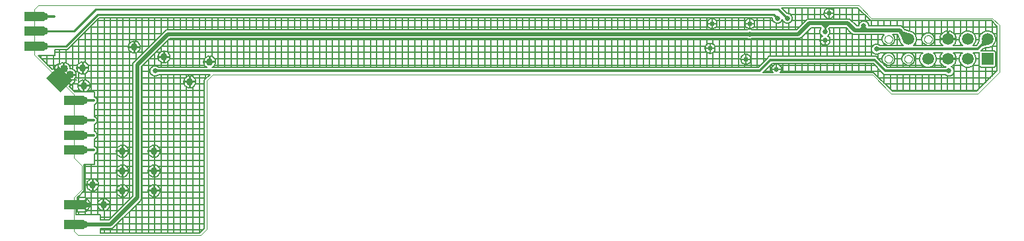
<source format=gbl>
G04 EAGLE Gerber X2 export*
%TF.Part,Single*%
%TF.FileFunction,Other,bottom copper*%
%TF.FilePolarity,Positive*%
%TF.GenerationSoftware,Autodesk,EAGLE,9.5.2*%
%TF.CreationDate,2020-04-08T10:13:28Z*%
G75*
%MOMM*%
%FSLAX34Y34*%
%LPD*%
%INbottom copper*%
%AMOC8*
5,1,8,0,0,1.08239X$1,22.5*%
G01*
%ADD10C,0.000000*%
%ADD11R,2.540000X1.270000*%
%ADD12R,1.270000X2.540000*%
%ADD13R,1.500000X1.500000*%
%ADD14C,1.500000*%
%ADD15C,1.020000*%
%ADD16C,0.304800*%
%ADD17C,0.609600*%
%ADD18C,0.254000*%
%ADD19C,0.935000*%
%ADD20C,0.406400*%
%ADD21C,0.203200*%
%ADD22C,0.680000*%
%ADD23C,0.508000*%


D10*
X0Y232410D02*
X50800Y181610D01*
X50800Y100330D01*
X60960Y90170D01*
X60960Y59690D01*
X50800Y49530D01*
X50800Y6350D01*
X55880Y1270D01*
X213360Y1270D01*
X1236980Y210820D02*
X1236980Y270510D01*
X0Y290830D02*
X0Y232410D01*
X0Y290830D02*
X5080Y295910D01*
X220980Y8890D02*
X213360Y1270D01*
X220980Y8890D02*
X220980Y199390D01*
X228600Y207010D01*
X1074420Y207010D01*
X1056640Y295910D02*
X5080Y295910D01*
X1074420Y207010D02*
X1098550Y182880D01*
X1209040Y182880D01*
X1236980Y210820D01*
X1073150Y279400D02*
X1056640Y295910D01*
X1073150Y279400D02*
X1228090Y279400D01*
X1236980Y270510D01*
D11*
X50800Y173990D03*
X50800Y148590D03*
X50800Y129540D03*
X50800Y110490D03*
X50800Y40640D03*
X50800Y15240D03*
D12*
G36*
X15740Y202610D02*
X24720Y211590D01*
X42680Y193630D01*
X33700Y184650D01*
X15740Y202610D01*
G37*
G36*
X22090Y208960D02*
X31070Y217940D01*
X49030Y199980D01*
X40050Y191000D01*
X22090Y208960D01*
G37*
D13*
X1221740Y227330D03*
D14*
X1221740Y252730D03*
X1196340Y227330D03*
X1196340Y252730D03*
X1170940Y227330D03*
X1170940Y252730D03*
X1120140Y252730D03*
D10*
X1115140Y227330D02*
X1115142Y227471D01*
X1115148Y227612D01*
X1115158Y227752D01*
X1115172Y227892D01*
X1115190Y228032D01*
X1115211Y228171D01*
X1115237Y228310D01*
X1115266Y228448D01*
X1115300Y228584D01*
X1115337Y228720D01*
X1115378Y228855D01*
X1115423Y228989D01*
X1115472Y229121D01*
X1115524Y229252D01*
X1115580Y229381D01*
X1115640Y229508D01*
X1115703Y229634D01*
X1115769Y229758D01*
X1115840Y229881D01*
X1115913Y230001D01*
X1115990Y230119D01*
X1116070Y230235D01*
X1116154Y230348D01*
X1116240Y230459D01*
X1116330Y230568D01*
X1116423Y230674D01*
X1116518Y230777D01*
X1116617Y230878D01*
X1116718Y230976D01*
X1116822Y231071D01*
X1116929Y231163D01*
X1117038Y231252D01*
X1117150Y231337D01*
X1117264Y231420D01*
X1117380Y231500D01*
X1117499Y231576D01*
X1117620Y231648D01*
X1117742Y231718D01*
X1117867Y231783D01*
X1117993Y231846D01*
X1118121Y231904D01*
X1118251Y231959D01*
X1118382Y232011D01*
X1118515Y232058D01*
X1118649Y232102D01*
X1118784Y232143D01*
X1118920Y232179D01*
X1119057Y232211D01*
X1119195Y232240D01*
X1119333Y232265D01*
X1119473Y232285D01*
X1119613Y232302D01*
X1119753Y232315D01*
X1119894Y232324D01*
X1120034Y232329D01*
X1120175Y232330D01*
X1120316Y232327D01*
X1120457Y232320D01*
X1120597Y232309D01*
X1120737Y232294D01*
X1120877Y232275D01*
X1121016Y232253D01*
X1121154Y232226D01*
X1121292Y232196D01*
X1121428Y232161D01*
X1121564Y232123D01*
X1121698Y232081D01*
X1121832Y232035D01*
X1121964Y231986D01*
X1122094Y231932D01*
X1122223Y231875D01*
X1122350Y231815D01*
X1122476Y231751D01*
X1122599Y231683D01*
X1122721Y231612D01*
X1122841Y231538D01*
X1122958Y231460D01*
X1123073Y231379D01*
X1123186Y231295D01*
X1123297Y231208D01*
X1123405Y231117D01*
X1123510Y231024D01*
X1123613Y230927D01*
X1123713Y230828D01*
X1123810Y230726D01*
X1123904Y230621D01*
X1123995Y230514D01*
X1124083Y230404D01*
X1124168Y230292D01*
X1124250Y230177D01*
X1124329Y230060D01*
X1124404Y229941D01*
X1124476Y229820D01*
X1124544Y229697D01*
X1124609Y229572D01*
X1124671Y229445D01*
X1124728Y229316D01*
X1124783Y229186D01*
X1124833Y229055D01*
X1124880Y228922D01*
X1124923Y228788D01*
X1124962Y228652D01*
X1124997Y228516D01*
X1125029Y228379D01*
X1125056Y228241D01*
X1125080Y228102D01*
X1125100Y227962D01*
X1125116Y227822D01*
X1125128Y227682D01*
X1125136Y227541D01*
X1125140Y227400D01*
X1125140Y227260D01*
X1125136Y227119D01*
X1125128Y226978D01*
X1125116Y226838D01*
X1125100Y226698D01*
X1125080Y226558D01*
X1125056Y226419D01*
X1125029Y226281D01*
X1124997Y226144D01*
X1124962Y226008D01*
X1124923Y225872D01*
X1124880Y225738D01*
X1124833Y225605D01*
X1124783Y225474D01*
X1124728Y225344D01*
X1124671Y225215D01*
X1124609Y225088D01*
X1124544Y224963D01*
X1124476Y224840D01*
X1124404Y224719D01*
X1124329Y224600D01*
X1124250Y224483D01*
X1124168Y224368D01*
X1124083Y224256D01*
X1123995Y224146D01*
X1123904Y224039D01*
X1123810Y223934D01*
X1123713Y223832D01*
X1123613Y223733D01*
X1123510Y223636D01*
X1123405Y223543D01*
X1123297Y223452D01*
X1123186Y223365D01*
X1123073Y223281D01*
X1122958Y223200D01*
X1122841Y223122D01*
X1122721Y223048D01*
X1122599Y222977D01*
X1122476Y222909D01*
X1122350Y222845D01*
X1122223Y222785D01*
X1122094Y222728D01*
X1121964Y222674D01*
X1121832Y222625D01*
X1121698Y222579D01*
X1121564Y222537D01*
X1121428Y222499D01*
X1121292Y222464D01*
X1121154Y222434D01*
X1121016Y222407D01*
X1120877Y222385D01*
X1120737Y222366D01*
X1120597Y222351D01*
X1120457Y222340D01*
X1120316Y222333D01*
X1120175Y222330D01*
X1120034Y222331D01*
X1119894Y222336D01*
X1119753Y222345D01*
X1119613Y222358D01*
X1119473Y222375D01*
X1119333Y222395D01*
X1119195Y222420D01*
X1119057Y222449D01*
X1118920Y222481D01*
X1118784Y222517D01*
X1118649Y222558D01*
X1118515Y222602D01*
X1118382Y222649D01*
X1118251Y222701D01*
X1118121Y222756D01*
X1117993Y222814D01*
X1117867Y222877D01*
X1117742Y222942D01*
X1117620Y223012D01*
X1117499Y223084D01*
X1117380Y223160D01*
X1117264Y223240D01*
X1117150Y223323D01*
X1117038Y223408D01*
X1116929Y223497D01*
X1116822Y223589D01*
X1116718Y223684D01*
X1116617Y223782D01*
X1116518Y223883D01*
X1116423Y223986D01*
X1116330Y224092D01*
X1116240Y224201D01*
X1116154Y224312D01*
X1116070Y224425D01*
X1115990Y224541D01*
X1115913Y224659D01*
X1115840Y224779D01*
X1115769Y224902D01*
X1115703Y225026D01*
X1115640Y225152D01*
X1115580Y225279D01*
X1115524Y225408D01*
X1115472Y225539D01*
X1115423Y225671D01*
X1115378Y225805D01*
X1115337Y225940D01*
X1115300Y226076D01*
X1115266Y226212D01*
X1115237Y226350D01*
X1115211Y226489D01*
X1115190Y226628D01*
X1115172Y226768D01*
X1115158Y226908D01*
X1115148Y227048D01*
X1115142Y227189D01*
X1115140Y227330D01*
X1089740Y227330D02*
X1089742Y227471D01*
X1089748Y227612D01*
X1089758Y227752D01*
X1089772Y227892D01*
X1089790Y228032D01*
X1089811Y228171D01*
X1089837Y228310D01*
X1089866Y228448D01*
X1089900Y228584D01*
X1089937Y228720D01*
X1089978Y228855D01*
X1090023Y228989D01*
X1090072Y229121D01*
X1090124Y229252D01*
X1090180Y229381D01*
X1090240Y229508D01*
X1090303Y229634D01*
X1090369Y229758D01*
X1090440Y229881D01*
X1090513Y230001D01*
X1090590Y230119D01*
X1090670Y230235D01*
X1090754Y230348D01*
X1090840Y230459D01*
X1090930Y230568D01*
X1091023Y230674D01*
X1091118Y230777D01*
X1091217Y230878D01*
X1091318Y230976D01*
X1091422Y231071D01*
X1091529Y231163D01*
X1091638Y231252D01*
X1091750Y231337D01*
X1091864Y231420D01*
X1091980Y231500D01*
X1092099Y231576D01*
X1092220Y231648D01*
X1092342Y231718D01*
X1092467Y231783D01*
X1092593Y231846D01*
X1092721Y231904D01*
X1092851Y231959D01*
X1092982Y232011D01*
X1093115Y232058D01*
X1093249Y232102D01*
X1093384Y232143D01*
X1093520Y232179D01*
X1093657Y232211D01*
X1093795Y232240D01*
X1093933Y232265D01*
X1094073Y232285D01*
X1094213Y232302D01*
X1094353Y232315D01*
X1094494Y232324D01*
X1094634Y232329D01*
X1094775Y232330D01*
X1094916Y232327D01*
X1095057Y232320D01*
X1095197Y232309D01*
X1095337Y232294D01*
X1095477Y232275D01*
X1095616Y232253D01*
X1095754Y232226D01*
X1095892Y232196D01*
X1096028Y232161D01*
X1096164Y232123D01*
X1096298Y232081D01*
X1096432Y232035D01*
X1096564Y231986D01*
X1096694Y231932D01*
X1096823Y231875D01*
X1096950Y231815D01*
X1097076Y231751D01*
X1097199Y231683D01*
X1097321Y231612D01*
X1097441Y231538D01*
X1097558Y231460D01*
X1097673Y231379D01*
X1097786Y231295D01*
X1097897Y231208D01*
X1098005Y231117D01*
X1098110Y231024D01*
X1098213Y230927D01*
X1098313Y230828D01*
X1098410Y230726D01*
X1098504Y230621D01*
X1098595Y230514D01*
X1098683Y230404D01*
X1098768Y230292D01*
X1098850Y230177D01*
X1098929Y230060D01*
X1099004Y229941D01*
X1099076Y229820D01*
X1099144Y229697D01*
X1099209Y229572D01*
X1099271Y229445D01*
X1099328Y229316D01*
X1099383Y229186D01*
X1099433Y229055D01*
X1099480Y228922D01*
X1099523Y228788D01*
X1099562Y228652D01*
X1099597Y228516D01*
X1099629Y228379D01*
X1099656Y228241D01*
X1099680Y228102D01*
X1099700Y227962D01*
X1099716Y227822D01*
X1099728Y227682D01*
X1099736Y227541D01*
X1099740Y227400D01*
X1099740Y227260D01*
X1099736Y227119D01*
X1099728Y226978D01*
X1099716Y226838D01*
X1099700Y226698D01*
X1099680Y226558D01*
X1099656Y226419D01*
X1099629Y226281D01*
X1099597Y226144D01*
X1099562Y226008D01*
X1099523Y225872D01*
X1099480Y225738D01*
X1099433Y225605D01*
X1099383Y225474D01*
X1099328Y225344D01*
X1099271Y225215D01*
X1099209Y225088D01*
X1099144Y224963D01*
X1099076Y224840D01*
X1099004Y224719D01*
X1098929Y224600D01*
X1098850Y224483D01*
X1098768Y224368D01*
X1098683Y224256D01*
X1098595Y224146D01*
X1098504Y224039D01*
X1098410Y223934D01*
X1098313Y223832D01*
X1098213Y223733D01*
X1098110Y223636D01*
X1098005Y223543D01*
X1097897Y223452D01*
X1097786Y223365D01*
X1097673Y223281D01*
X1097558Y223200D01*
X1097441Y223122D01*
X1097321Y223048D01*
X1097199Y222977D01*
X1097076Y222909D01*
X1096950Y222845D01*
X1096823Y222785D01*
X1096694Y222728D01*
X1096564Y222674D01*
X1096432Y222625D01*
X1096298Y222579D01*
X1096164Y222537D01*
X1096028Y222499D01*
X1095892Y222464D01*
X1095754Y222434D01*
X1095616Y222407D01*
X1095477Y222385D01*
X1095337Y222366D01*
X1095197Y222351D01*
X1095057Y222340D01*
X1094916Y222333D01*
X1094775Y222330D01*
X1094634Y222331D01*
X1094494Y222336D01*
X1094353Y222345D01*
X1094213Y222358D01*
X1094073Y222375D01*
X1093933Y222395D01*
X1093795Y222420D01*
X1093657Y222449D01*
X1093520Y222481D01*
X1093384Y222517D01*
X1093249Y222558D01*
X1093115Y222602D01*
X1092982Y222649D01*
X1092851Y222701D01*
X1092721Y222756D01*
X1092593Y222814D01*
X1092467Y222877D01*
X1092342Y222942D01*
X1092220Y223012D01*
X1092099Y223084D01*
X1091980Y223160D01*
X1091864Y223240D01*
X1091750Y223323D01*
X1091638Y223408D01*
X1091529Y223497D01*
X1091422Y223589D01*
X1091318Y223684D01*
X1091217Y223782D01*
X1091118Y223883D01*
X1091023Y223986D01*
X1090930Y224092D01*
X1090840Y224201D01*
X1090754Y224312D01*
X1090670Y224425D01*
X1090590Y224541D01*
X1090513Y224659D01*
X1090440Y224779D01*
X1090369Y224902D01*
X1090303Y225026D01*
X1090240Y225152D01*
X1090180Y225279D01*
X1090124Y225408D01*
X1090072Y225539D01*
X1090023Y225671D01*
X1089978Y225805D01*
X1089937Y225940D01*
X1089900Y226076D01*
X1089866Y226212D01*
X1089837Y226350D01*
X1089811Y226489D01*
X1089790Y226628D01*
X1089772Y226768D01*
X1089758Y226908D01*
X1089748Y227048D01*
X1089742Y227189D01*
X1089740Y227330D01*
X1089740Y252730D02*
X1089742Y252871D01*
X1089748Y253012D01*
X1089758Y253152D01*
X1089772Y253292D01*
X1089790Y253432D01*
X1089811Y253571D01*
X1089837Y253710D01*
X1089866Y253848D01*
X1089900Y253984D01*
X1089937Y254120D01*
X1089978Y254255D01*
X1090023Y254389D01*
X1090072Y254521D01*
X1090124Y254652D01*
X1090180Y254781D01*
X1090240Y254908D01*
X1090303Y255034D01*
X1090369Y255158D01*
X1090440Y255281D01*
X1090513Y255401D01*
X1090590Y255519D01*
X1090670Y255635D01*
X1090754Y255748D01*
X1090840Y255859D01*
X1090930Y255968D01*
X1091023Y256074D01*
X1091118Y256177D01*
X1091217Y256278D01*
X1091318Y256376D01*
X1091422Y256471D01*
X1091529Y256563D01*
X1091638Y256652D01*
X1091750Y256737D01*
X1091864Y256820D01*
X1091980Y256900D01*
X1092099Y256976D01*
X1092220Y257048D01*
X1092342Y257118D01*
X1092467Y257183D01*
X1092593Y257246D01*
X1092721Y257304D01*
X1092851Y257359D01*
X1092982Y257411D01*
X1093115Y257458D01*
X1093249Y257502D01*
X1093384Y257543D01*
X1093520Y257579D01*
X1093657Y257611D01*
X1093795Y257640D01*
X1093933Y257665D01*
X1094073Y257685D01*
X1094213Y257702D01*
X1094353Y257715D01*
X1094494Y257724D01*
X1094634Y257729D01*
X1094775Y257730D01*
X1094916Y257727D01*
X1095057Y257720D01*
X1095197Y257709D01*
X1095337Y257694D01*
X1095477Y257675D01*
X1095616Y257653D01*
X1095754Y257626D01*
X1095892Y257596D01*
X1096028Y257561D01*
X1096164Y257523D01*
X1096298Y257481D01*
X1096432Y257435D01*
X1096564Y257386D01*
X1096694Y257332D01*
X1096823Y257275D01*
X1096950Y257215D01*
X1097076Y257151D01*
X1097199Y257083D01*
X1097321Y257012D01*
X1097441Y256938D01*
X1097558Y256860D01*
X1097673Y256779D01*
X1097786Y256695D01*
X1097897Y256608D01*
X1098005Y256517D01*
X1098110Y256424D01*
X1098213Y256327D01*
X1098313Y256228D01*
X1098410Y256126D01*
X1098504Y256021D01*
X1098595Y255914D01*
X1098683Y255804D01*
X1098768Y255692D01*
X1098850Y255577D01*
X1098929Y255460D01*
X1099004Y255341D01*
X1099076Y255220D01*
X1099144Y255097D01*
X1099209Y254972D01*
X1099271Y254845D01*
X1099328Y254716D01*
X1099383Y254586D01*
X1099433Y254455D01*
X1099480Y254322D01*
X1099523Y254188D01*
X1099562Y254052D01*
X1099597Y253916D01*
X1099629Y253779D01*
X1099656Y253641D01*
X1099680Y253502D01*
X1099700Y253362D01*
X1099716Y253222D01*
X1099728Y253082D01*
X1099736Y252941D01*
X1099740Y252800D01*
X1099740Y252660D01*
X1099736Y252519D01*
X1099728Y252378D01*
X1099716Y252238D01*
X1099700Y252098D01*
X1099680Y251958D01*
X1099656Y251819D01*
X1099629Y251681D01*
X1099597Y251544D01*
X1099562Y251408D01*
X1099523Y251272D01*
X1099480Y251138D01*
X1099433Y251005D01*
X1099383Y250874D01*
X1099328Y250744D01*
X1099271Y250615D01*
X1099209Y250488D01*
X1099144Y250363D01*
X1099076Y250240D01*
X1099004Y250119D01*
X1098929Y250000D01*
X1098850Y249883D01*
X1098768Y249768D01*
X1098683Y249656D01*
X1098595Y249546D01*
X1098504Y249439D01*
X1098410Y249334D01*
X1098313Y249232D01*
X1098213Y249133D01*
X1098110Y249036D01*
X1098005Y248943D01*
X1097897Y248852D01*
X1097786Y248765D01*
X1097673Y248681D01*
X1097558Y248600D01*
X1097441Y248522D01*
X1097321Y248448D01*
X1097199Y248377D01*
X1097076Y248309D01*
X1096950Y248245D01*
X1096823Y248185D01*
X1096694Y248128D01*
X1096564Y248074D01*
X1096432Y248025D01*
X1096298Y247979D01*
X1096164Y247937D01*
X1096028Y247899D01*
X1095892Y247864D01*
X1095754Y247834D01*
X1095616Y247807D01*
X1095477Y247785D01*
X1095337Y247766D01*
X1095197Y247751D01*
X1095057Y247740D01*
X1094916Y247733D01*
X1094775Y247730D01*
X1094634Y247731D01*
X1094494Y247736D01*
X1094353Y247745D01*
X1094213Y247758D01*
X1094073Y247775D01*
X1093933Y247795D01*
X1093795Y247820D01*
X1093657Y247849D01*
X1093520Y247881D01*
X1093384Y247917D01*
X1093249Y247958D01*
X1093115Y248002D01*
X1092982Y248049D01*
X1092851Y248101D01*
X1092721Y248156D01*
X1092593Y248214D01*
X1092467Y248277D01*
X1092342Y248342D01*
X1092220Y248412D01*
X1092099Y248484D01*
X1091980Y248560D01*
X1091864Y248640D01*
X1091750Y248723D01*
X1091638Y248808D01*
X1091529Y248897D01*
X1091422Y248989D01*
X1091318Y249084D01*
X1091217Y249182D01*
X1091118Y249283D01*
X1091023Y249386D01*
X1090930Y249492D01*
X1090840Y249601D01*
X1090754Y249712D01*
X1090670Y249825D01*
X1090590Y249941D01*
X1090513Y250059D01*
X1090440Y250179D01*
X1090369Y250302D01*
X1090303Y250426D01*
X1090240Y250552D01*
X1090180Y250679D01*
X1090124Y250808D01*
X1090072Y250939D01*
X1090023Y251071D01*
X1089978Y251205D01*
X1089937Y251340D01*
X1089900Y251476D01*
X1089866Y251612D01*
X1089837Y251750D01*
X1089811Y251889D01*
X1089790Y252028D01*
X1089772Y252168D01*
X1089758Y252308D01*
X1089748Y252448D01*
X1089742Y252589D01*
X1089740Y252730D01*
D14*
X1145540Y227330D03*
D10*
X1140540Y252730D02*
X1140542Y252871D01*
X1140548Y253012D01*
X1140558Y253152D01*
X1140572Y253292D01*
X1140590Y253432D01*
X1140611Y253571D01*
X1140637Y253710D01*
X1140666Y253848D01*
X1140700Y253984D01*
X1140737Y254120D01*
X1140778Y254255D01*
X1140823Y254389D01*
X1140872Y254521D01*
X1140924Y254652D01*
X1140980Y254781D01*
X1141040Y254908D01*
X1141103Y255034D01*
X1141169Y255158D01*
X1141240Y255281D01*
X1141313Y255401D01*
X1141390Y255519D01*
X1141470Y255635D01*
X1141554Y255748D01*
X1141640Y255859D01*
X1141730Y255968D01*
X1141823Y256074D01*
X1141918Y256177D01*
X1142017Y256278D01*
X1142118Y256376D01*
X1142222Y256471D01*
X1142329Y256563D01*
X1142438Y256652D01*
X1142550Y256737D01*
X1142664Y256820D01*
X1142780Y256900D01*
X1142899Y256976D01*
X1143020Y257048D01*
X1143142Y257118D01*
X1143267Y257183D01*
X1143393Y257246D01*
X1143521Y257304D01*
X1143651Y257359D01*
X1143782Y257411D01*
X1143915Y257458D01*
X1144049Y257502D01*
X1144184Y257543D01*
X1144320Y257579D01*
X1144457Y257611D01*
X1144595Y257640D01*
X1144733Y257665D01*
X1144873Y257685D01*
X1145013Y257702D01*
X1145153Y257715D01*
X1145294Y257724D01*
X1145434Y257729D01*
X1145575Y257730D01*
X1145716Y257727D01*
X1145857Y257720D01*
X1145997Y257709D01*
X1146137Y257694D01*
X1146277Y257675D01*
X1146416Y257653D01*
X1146554Y257626D01*
X1146692Y257596D01*
X1146828Y257561D01*
X1146964Y257523D01*
X1147098Y257481D01*
X1147232Y257435D01*
X1147364Y257386D01*
X1147494Y257332D01*
X1147623Y257275D01*
X1147750Y257215D01*
X1147876Y257151D01*
X1147999Y257083D01*
X1148121Y257012D01*
X1148241Y256938D01*
X1148358Y256860D01*
X1148473Y256779D01*
X1148586Y256695D01*
X1148697Y256608D01*
X1148805Y256517D01*
X1148910Y256424D01*
X1149013Y256327D01*
X1149113Y256228D01*
X1149210Y256126D01*
X1149304Y256021D01*
X1149395Y255914D01*
X1149483Y255804D01*
X1149568Y255692D01*
X1149650Y255577D01*
X1149729Y255460D01*
X1149804Y255341D01*
X1149876Y255220D01*
X1149944Y255097D01*
X1150009Y254972D01*
X1150071Y254845D01*
X1150128Y254716D01*
X1150183Y254586D01*
X1150233Y254455D01*
X1150280Y254322D01*
X1150323Y254188D01*
X1150362Y254052D01*
X1150397Y253916D01*
X1150429Y253779D01*
X1150456Y253641D01*
X1150480Y253502D01*
X1150500Y253362D01*
X1150516Y253222D01*
X1150528Y253082D01*
X1150536Y252941D01*
X1150540Y252800D01*
X1150540Y252660D01*
X1150536Y252519D01*
X1150528Y252378D01*
X1150516Y252238D01*
X1150500Y252098D01*
X1150480Y251958D01*
X1150456Y251819D01*
X1150429Y251681D01*
X1150397Y251544D01*
X1150362Y251408D01*
X1150323Y251272D01*
X1150280Y251138D01*
X1150233Y251005D01*
X1150183Y250874D01*
X1150128Y250744D01*
X1150071Y250615D01*
X1150009Y250488D01*
X1149944Y250363D01*
X1149876Y250240D01*
X1149804Y250119D01*
X1149729Y250000D01*
X1149650Y249883D01*
X1149568Y249768D01*
X1149483Y249656D01*
X1149395Y249546D01*
X1149304Y249439D01*
X1149210Y249334D01*
X1149113Y249232D01*
X1149013Y249133D01*
X1148910Y249036D01*
X1148805Y248943D01*
X1148697Y248852D01*
X1148586Y248765D01*
X1148473Y248681D01*
X1148358Y248600D01*
X1148241Y248522D01*
X1148121Y248448D01*
X1147999Y248377D01*
X1147876Y248309D01*
X1147750Y248245D01*
X1147623Y248185D01*
X1147494Y248128D01*
X1147364Y248074D01*
X1147232Y248025D01*
X1147098Y247979D01*
X1146964Y247937D01*
X1146828Y247899D01*
X1146692Y247864D01*
X1146554Y247834D01*
X1146416Y247807D01*
X1146277Y247785D01*
X1146137Y247766D01*
X1145997Y247751D01*
X1145857Y247740D01*
X1145716Y247733D01*
X1145575Y247730D01*
X1145434Y247731D01*
X1145294Y247736D01*
X1145153Y247745D01*
X1145013Y247758D01*
X1144873Y247775D01*
X1144733Y247795D01*
X1144595Y247820D01*
X1144457Y247849D01*
X1144320Y247881D01*
X1144184Y247917D01*
X1144049Y247958D01*
X1143915Y248002D01*
X1143782Y248049D01*
X1143651Y248101D01*
X1143521Y248156D01*
X1143393Y248214D01*
X1143267Y248277D01*
X1143142Y248342D01*
X1143020Y248412D01*
X1142899Y248484D01*
X1142780Y248560D01*
X1142664Y248640D01*
X1142550Y248723D01*
X1142438Y248808D01*
X1142329Y248897D01*
X1142222Y248989D01*
X1142118Y249084D01*
X1142017Y249182D01*
X1141918Y249283D01*
X1141823Y249386D01*
X1141730Y249492D01*
X1141640Y249601D01*
X1141554Y249712D01*
X1141470Y249825D01*
X1141390Y249941D01*
X1141313Y250059D01*
X1141240Y250179D01*
X1141169Y250302D01*
X1141103Y250426D01*
X1141040Y250552D01*
X1140980Y250679D01*
X1140924Y250808D01*
X1140872Y250939D01*
X1140823Y251071D01*
X1140778Y251205D01*
X1140737Y251340D01*
X1140700Y251476D01*
X1140666Y251612D01*
X1140637Y251750D01*
X1140611Y251889D01*
X1140590Y252028D01*
X1140572Y252168D01*
X1140558Y252308D01*
X1140548Y252448D01*
X1140542Y252589D01*
X1140540Y252730D01*
D11*
X0Y281940D03*
X0Y262890D03*
X0Y243840D03*
D15*
X50800Y40640D03*
X63500Y40640D03*
X45720Y207010D03*
X35560Y196850D03*
D16*
X55880Y40640D02*
X63500Y40640D01*
X55880Y40640D02*
X55880Y49530D01*
X57150Y50800D01*
X55880Y40640D02*
X54610Y39370D01*
X54610Y31750D01*
D17*
X63500Y40640D02*
X69850Y40640D01*
D18*
X63500Y44450D02*
X67310Y48260D01*
X63500Y44450D02*
X63500Y40640D01*
X63500Y36830D01*
X67310Y33020D01*
D19*
X74930Y66040D03*
X88900Y40640D03*
X62230Y215900D03*
X63500Y193040D03*
D20*
X45720Y207010D02*
X39370Y200660D01*
D21*
X26670Y213360D02*
X26670Y218440D01*
X26670Y213360D02*
X30480Y209550D01*
X35560Y204470D01*
X39370Y200660D02*
X54610Y200660D01*
X39370Y200660D02*
X35560Y204470D01*
X35560Y215900D01*
X36830Y217170D01*
X35560Y204470D02*
X48260Y204470D01*
X30480Y209550D02*
X30480Y220980D01*
D20*
X29210Y198120D02*
X34290Y198120D01*
X35560Y196850D01*
D15*
X27940Y204470D03*
X38100Y214630D03*
D22*
X916940Y272640D03*
X911860Y226990D03*
D21*
X58916Y40156D02*
X53816Y40156D01*
X53816Y41124D01*
X63016Y41124D01*
X63016Y40156D01*
X58916Y40156D01*
X1156056Y225238D02*
X1156056Y229422D01*
X1154455Y233287D01*
X1152252Y235490D01*
X1164280Y235490D01*
X1164089Y235351D01*
X1162919Y234181D01*
X1161946Y232842D01*
X1161194Y231367D01*
X1160683Y229793D01*
X1160454Y228346D01*
X1169924Y228346D01*
X1169924Y226314D01*
X1160454Y226314D01*
X1160683Y224867D01*
X1161194Y223293D01*
X1161946Y221818D01*
X1162919Y220479D01*
X1164089Y219309D01*
X1165428Y218336D01*
X1166903Y217584D01*
X1168207Y217161D01*
X1167676Y216630D01*
X1092811Y216630D01*
X1081500Y227941D01*
X1078841Y230600D01*
X941729Y230600D01*
X939070Y227941D01*
X927759Y216630D01*
X228254Y216630D01*
X228433Y216704D01*
X229693Y217546D01*
X230764Y218617D01*
X231606Y219877D01*
X232185Y221277D01*
X232481Y222762D01*
X232481Y223161D01*
X225149Y223161D01*
X225149Y223879D01*
X232481Y223879D01*
X232481Y224278D01*
X232185Y225763D01*
X231606Y227163D01*
X230764Y228423D01*
X229693Y229494D01*
X228433Y230336D01*
X227033Y230915D01*
X225548Y231211D01*
X225149Y231211D01*
X225149Y223879D01*
X224431Y223879D01*
X224431Y231211D01*
X224032Y231211D01*
X222547Y230915D01*
X221147Y230336D01*
X219887Y229494D01*
X218816Y228423D01*
X217974Y227163D01*
X217395Y225763D01*
X217099Y224278D01*
X217099Y223879D01*
X224431Y223879D01*
X224431Y223161D01*
X217099Y223161D01*
X217099Y222762D01*
X217395Y221277D01*
X217974Y219877D01*
X218816Y218617D01*
X219887Y217546D01*
X221147Y216704D01*
X221326Y216630D01*
X159474Y216630D01*
X158574Y217529D01*
X156216Y218506D01*
X153664Y218506D01*
X151306Y217529D01*
X149501Y215724D01*
X148524Y213366D01*
X148524Y210814D01*
X149501Y208456D01*
X151306Y206651D01*
X153664Y205674D01*
X156216Y205674D01*
X158574Y206651D01*
X159474Y207550D01*
X224875Y207550D01*
X217964Y200639D01*
X217964Y10139D01*
X212111Y4286D01*
X84836Y4286D01*
X84836Y9684D01*
X100091Y9684D01*
X134381Y43974D01*
X137636Y47229D01*
X137636Y217409D01*
X173751Y253524D01*
X913588Y253524D01*
X915664Y252664D01*
X918216Y252664D01*
X920292Y253524D01*
X981471Y253524D01*
X984726Y256779D01*
X995441Y267494D01*
X1007875Y267494D01*
X1008788Y266581D01*
X1008021Y265814D01*
X1007044Y263456D01*
X1007044Y260904D01*
X1008021Y258546D01*
X1009821Y256745D01*
X1009370Y256444D01*
X1008476Y255550D01*
X1007774Y254499D01*
X1007291Y253331D01*
X1007044Y252092D01*
X1007044Y251460D01*
X1013460Y251460D01*
X1013460Y251460D01*
X1007044Y251460D01*
X1007044Y250828D01*
X1007291Y249589D01*
X1007774Y248421D01*
X1008476Y247370D01*
X1009370Y246476D01*
X1010421Y245774D01*
X1011589Y245291D01*
X1012828Y245044D01*
X1013460Y245044D01*
X1013460Y251460D01*
X1013460Y251460D01*
X1013460Y245044D01*
X1014092Y245044D01*
X1015331Y245291D01*
X1016499Y245774D01*
X1017550Y246476D01*
X1018444Y247370D01*
X1019146Y248421D01*
X1019629Y249589D01*
X1019876Y250828D01*
X1019876Y251460D01*
X1013460Y251460D01*
X1013460Y251460D01*
X1019876Y251460D01*
X1019876Y252092D01*
X1019629Y253331D01*
X1019146Y254499D01*
X1018444Y255550D01*
X1017550Y256444D01*
X1017099Y256745D01*
X1018899Y258546D01*
X1019876Y260904D01*
X1019876Y263456D01*
X1018899Y265814D01*
X1018132Y266581D01*
X1019045Y267494D01*
X1040369Y267494D01*
X1046004Y261859D01*
X1049259Y258604D01*
X1089278Y258604D01*
X1087944Y257271D01*
X1086724Y254324D01*
X1086724Y251136D01*
X1087944Y248189D01*
X1090199Y245934D01*
X1093146Y244714D01*
X1096334Y244714D01*
X1099281Y245934D01*
X1101536Y248189D01*
X1102756Y251136D01*
X1102756Y254324D01*
X1101536Y257271D01*
X1100202Y258604D01*
X1106409Y258604D01*
X1107069Y257944D01*
X1109624Y251556D01*
X1109624Y250638D01*
X1111225Y246773D01*
X1113428Y244570D01*
X1084034Y244570D01*
X1083134Y245469D01*
X1080776Y246446D01*
X1078224Y246446D01*
X1075866Y245469D01*
X1074061Y243664D01*
X1073084Y241306D01*
X1073084Y238754D01*
X1074061Y236396D01*
X1075866Y234591D01*
X1078224Y233614D01*
X1080776Y233614D01*
X1083134Y234591D01*
X1084034Y235490D01*
X1138828Y235490D01*
X1136625Y233287D01*
X1135024Y229422D01*
X1135024Y225238D01*
X1136625Y221373D01*
X1139583Y218415D01*
X1143448Y216814D01*
X1147632Y216814D01*
X1151497Y218415D01*
X1154455Y221373D01*
X1156056Y225238D01*
X866140Y240960D02*
X866140Y247376D01*
X866140Y240960D02*
X866140Y240960D01*
X866140Y247376D01*
X865508Y247376D01*
X864269Y247129D01*
X863101Y246646D01*
X862050Y245944D01*
X861156Y245050D01*
X860454Y243999D01*
X859971Y242831D01*
X859724Y241592D01*
X859724Y240960D01*
X866140Y240960D01*
X866140Y240960D01*
X859724Y240960D01*
X859724Y240328D01*
X859971Y239089D01*
X860454Y237921D01*
X861156Y236870D01*
X862050Y235976D01*
X863101Y235274D01*
X864269Y234791D01*
X865508Y234544D01*
X866140Y234544D01*
X866140Y240960D01*
X866140Y240960D01*
X866140Y234544D01*
X866772Y234544D01*
X868011Y234791D01*
X869179Y235274D01*
X870230Y235976D01*
X871124Y236870D01*
X871826Y237921D01*
X872309Y239089D01*
X872556Y240328D01*
X872556Y240960D01*
X866140Y240960D01*
X866140Y240960D01*
X872556Y240960D01*
X872556Y241592D01*
X872309Y242831D01*
X871826Y243999D01*
X871124Y245050D01*
X870230Y245944D01*
X869179Y246646D01*
X868011Y247129D01*
X866772Y247376D01*
X866140Y247376D01*
X199749Y205811D02*
X199749Y198479D01*
X199031Y198479D01*
X199031Y205811D01*
X198632Y205811D01*
X197147Y205515D01*
X195747Y204936D01*
X194487Y204094D01*
X193416Y203023D01*
X192574Y201763D01*
X191995Y200363D01*
X191699Y198878D01*
X191699Y198479D01*
X199031Y198479D01*
X199031Y197761D01*
X191699Y197761D01*
X191699Y197362D01*
X191995Y195877D01*
X192574Y194477D01*
X193416Y193217D01*
X194487Y192146D01*
X195747Y191304D01*
X197147Y190725D01*
X198632Y190429D01*
X199031Y190429D01*
X199031Y197761D01*
X199749Y197761D01*
X199749Y190429D01*
X200148Y190429D01*
X201633Y190725D01*
X203033Y191304D01*
X204293Y192146D01*
X205364Y193217D01*
X206206Y194477D01*
X206785Y195877D01*
X207081Y197362D01*
X207081Y197761D01*
X199749Y197761D01*
X199749Y198479D01*
X207081Y198479D01*
X207081Y198878D01*
X206785Y200363D01*
X206206Y201763D01*
X205364Y203023D01*
X204293Y204094D01*
X203033Y204936D01*
X201633Y205515D01*
X200148Y205811D01*
X199749Y205811D01*
X154029Y116911D02*
X154029Y109579D01*
X153311Y109579D01*
X153311Y116911D01*
X152912Y116911D01*
X151427Y116615D01*
X150027Y116036D01*
X148767Y115194D01*
X147696Y114123D01*
X146854Y112863D01*
X146275Y111463D01*
X145979Y109978D01*
X145979Y109579D01*
X153311Y109579D01*
X153311Y108861D01*
X145979Y108861D01*
X145979Y108462D01*
X146275Y106977D01*
X146854Y105577D01*
X147696Y104317D01*
X148767Y103246D01*
X150027Y102404D01*
X151427Y101825D01*
X152912Y101529D01*
X153311Y101529D01*
X153311Y108861D01*
X154029Y108861D01*
X154029Y101529D01*
X154428Y101529D01*
X155913Y101825D01*
X157313Y102404D01*
X158573Y103246D01*
X159644Y104317D01*
X160486Y105577D01*
X161065Y106977D01*
X161361Y108462D01*
X161361Y108861D01*
X154029Y108861D01*
X154029Y109579D01*
X161361Y109579D01*
X161361Y109978D01*
X161065Y111463D01*
X160486Y112863D01*
X159644Y114123D01*
X158573Y115194D01*
X157313Y116036D01*
X155913Y116615D01*
X154428Y116911D01*
X154029Y116911D01*
X154029Y66111D02*
X154029Y58779D01*
X153311Y58779D01*
X153311Y66111D01*
X152912Y66111D01*
X151427Y65815D01*
X150027Y65236D01*
X148767Y64394D01*
X147696Y63323D01*
X146854Y62063D01*
X146275Y60663D01*
X145979Y59178D01*
X145979Y58779D01*
X153311Y58779D01*
X153311Y58061D01*
X145979Y58061D01*
X145979Y57662D01*
X146275Y56177D01*
X146854Y54777D01*
X147696Y53517D01*
X148767Y52446D01*
X150027Y51604D01*
X151427Y51025D01*
X152912Y50729D01*
X153311Y50729D01*
X153311Y58061D01*
X154029Y58061D01*
X154029Y50729D01*
X154428Y50729D01*
X155913Y51025D01*
X157313Y51604D01*
X158573Y52446D01*
X159644Y53517D01*
X160486Y54777D01*
X161065Y56177D01*
X161361Y57662D01*
X161361Y58061D01*
X154029Y58061D01*
X154029Y58779D01*
X161361Y58779D01*
X161361Y59178D01*
X161065Y60663D01*
X160486Y62063D01*
X159644Y63323D01*
X158573Y64394D01*
X157313Y65236D01*
X155913Y65815D01*
X154428Y66111D01*
X154029Y66111D01*
X911860Y226990D02*
X911860Y233406D01*
X911860Y226990D02*
X911860Y226990D01*
X911860Y233406D01*
X911228Y233406D01*
X909989Y233159D01*
X908821Y232676D01*
X907770Y231974D01*
X906876Y231080D01*
X906174Y230029D01*
X905691Y228861D01*
X905444Y227622D01*
X905444Y226990D01*
X911860Y226990D01*
X911860Y226990D01*
X905444Y226990D01*
X905444Y226358D01*
X905691Y225119D01*
X906174Y223951D01*
X906876Y222900D01*
X907770Y222006D01*
X908821Y221304D01*
X909989Y220821D01*
X911228Y220574D01*
X911860Y220574D01*
X911860Y226990D01*
X911860Y226990D01*
X911860Y220574D01*
X912492Y220574D01*
X913731Y220821D01*
X914899Y221304D01*
X915950Y222006D01*
X916844Y222900D01*
X917546Y223951D01*
X918029Y225119D01*
X918276Y226358D01*
X918276Y226990D01*
X911860Y226990D01*
X911860Y226990D01*
X918276Y226990D01*
X918276Y227622D01*
X918029Y228861D01*
X917546Y230029D01*
X916844Y231080D01*
X915950Y231974D01*
X914899Y232676D01*
X913731Y233159D01*
X912492Y233406D01*
X911860Y233406D01*
X1102756Y228924D02*
X1102756Y225736D01*
X1102756Y228924D02*
X1101536Y231871D01*
X1099281Y234126D01*
X1096334Y235346D01*
X1093146Y235346D01*
X1090199Y234126D01*
X1087944Y231871D01*
X1086724Y228924D01*
X1086724Y225736D01*
X1087944Y222789D01*
X1090199Y220534D01*
X1093146Y219314D01*
X1096334Y219314D01*
X1099281Y220534D01*
X1101536Y222789D01*
X1102756Y225736D01*
X1128156Y225736D02*
X1128156Y228924D01*
X1126936Y231871D01*
X1124681Y234126D01*
X1121734Y235346D01*
X1118546Y235346D01*
X1115599Y234126D01*
X1113344Y231871D01*
X1112124Y228924D01*
X1112124Y225736D01*
X1113344Y222789D01*
X1115599Y220534D01*
X1118546Y219314D01*
X1121734Y219314D01*
X1124681Y220534D01*
X1126936Y222789D01*
X1128156Y225736D01*
X154029Y91511D02*
X154029Y84179D01*
X153311Y84179D01*
X153311Y91511D01*
X152912Y91511D01*
X151427Y91215D01*
X150027Y90636D01*
X148767Y89794D01*
X147696Y88723D01*
X146854Y87463D01*
X146275Y86063D01*
X145979Y84578D01*
X145979Y84179D01*
X153311Y84179D01*
X153311Y83461D01*
X145979Y83461D01*
X145979Y83062D01*
X146275Y81577D01*
X146854Y80177D01*
X147696Y78917D01*
X148767Y77846D01*
X150027Y77004D01*
X151427Y76425D01*
X152912Y76129D01*
X153311Y76129D01*
X153311Y83461D01*
X154029Y83461D01*
X154029Y76129D01*
X154428Y76129D01*
X155913Y76425D01*
X157313Y77004D01*
X158573Y77846D01*
X159644Y78917D01*
X160486Y80177D01*
X161065Y81577D01*
X161361Y83062D01*
X161361Y83461D01*
X154029Y83461D01*
X154029Y84179D01*
X161361Y84179D01*
X161361Y84578D01*
X161065Y86063D01*
X160486Y87463D01*
X159644Y88723D01*
X158573Y89794D01*
X157313Y90636D01*
X155913Y91215D01*
X154428Y91511D01*
X154029Y91511D01*
X166729Y230229D02*
X166729Y237561D01*
X166729Y230229D02*
X166011Y230229D01*
X166011Y237561D01*
X165612Y237561D01*
X164127Y237265D01*
X162727Y236686D01*
X161467Y235844D01*
X160396Y234773D01*
X159554Y233513D01*
X158975Y232113D01*
X158679Y230628D01*
X158679Y230229D01*
X166011Y230229D01*
X166011Y229511D01*
X158679Y229511D01*
X158679Y229112D01*
X158975Y227627D01*
X159554Y226227D01*
X160396Y224967D01*
X161467Y223896D01*
X162727Y223054D01*
X164127Y222475D01*
X165612Y222179D01*
X166011Y222179D01*
X166011Y229511D01*
X166729Y229511D01*
X166729Y222179D01*
X167128Y222179D01*
X168613Y222475D01*
X170013Y223054D01*
X171273Y223896D01*
X172344Y224967D01*
X173186Y226227D01*
X173765Y227627D01*
X174061Y229112D01*
X174061Y229511D01*
X166729Y229511D01*
X166729Y230229D01*
X174061Y230229D01*
X174061Y230628D01*
X173765Y232113D01*
X173186Y233513D01*
X172344Y234773D01*
X171273Y235844D01*
X170013Y236686D01*
X168613Y237265D01*
X167128Y237561D01*
X166729Y237561D01*
X971616Y278124D02*
X971616Y280676D01*
X970639Y283034D01*
X968834Y284839D01*
X966476Y285816D01*
X964845Y285816D01*
X958056Y292605D01*
X957767Y292894D01*
X1055391Y292894D01*
X1070134Y278151D01*
X1071901Y276384D01*
X1226841Y276384D01*
X1233964Y269261D01*
X1233964Y212069D01*
X1207791Y185896D01*
X1099799Y185896D01*
X1075669Y210026D01*
X956040Y210026D01*
X956214Y210200D01*
X956916Y211251D01*
X957399Y212419D01*
X957646Y213658D01*
X957646Y214290D01*
X951230Y214290D01*
X951230Y214290D01*
X957646Y214290D01*
X957646Y214922D01*
X957399Y216161D01*
X956916Y217329D01*
X956214Y218380D01*
X955320Y219274D01*
X954269Y219976D01*
X953101Y220459D01*
X951862Y220706D01*
X951230Y220706D01*
X951230Y214290D01*
X951230Y214290D01*
X951230Y220706D01*
X950598Y220706D01*
X949359Y220459D01*
X948191Y219976D01*
X947140Y219274D01*
X946246Y218380D01*
X945544Y217329D01*
X945061Y216161D01*
X944814Y214922D01*
X944814Y214290D01*
X951230Y214290D01*
X951230Y214290D01*
X944814Y214290D01*
X944814Y213658D01*
X945061Y212419D01*
X945544Y211251D01*
X946246Y210200D01*
X946420Y210026D01*
X933996Y210026D01*
X945491Y221520D01*
X1075079Y221520D01*
X1089049Y207550D01*
X1167676Y207550D01*
X1168576Y206651D01*
X1170934Y205674D01*
X1173486Y205674D01*
X1175844Y206651D01*
X1177649Y208456D01*
X1178626Y210814D01*
X1178626Y213366D01*
X1177649Y215724D01*
X1175844Y217529D01*
X1175306Y217752D01*
X1176452Y218336D01*
X1177791Y219309D01*
X1178961Y220479D01*
X1179934Y221818D01*
X1180686Y223293D01*
X1181197Y224867D01*
X1181426Y226314D01*
X1171956Y226314D01*
X1171956Y228346D01*
X1181426Y228346D01*
X1181197Y229793D01*
X1180686Y231367D01*
X1179934Y232842D01*
X1178961Y234181D01*
X1177791Y235351D01*
X1177600Y235490D01*
X1189628Y235490D01*
X1187425Y233287D01*
X1185824Y229422D01*
X1185824Y225238D01*
X1187425Y221373D01*
X1190383Y218415D01*
X1194248Y216814D01*
X1198432Y216814D01*
X1202297Y218415D01*
X1205255Y221373D01*
X1206856Y225238D01*
X1206856Y229422D01*
X1205255Y233287D01*
X1203052Y235490D01*
X1210921Y235490D01*
X1211224Y235794D01*
X1211224Y218581D01*
X1212991Y216814D01*
X1230489Y216814D01*
X1232256Y218581D01*
X1232256Y236079D01*
X1230489Y237846D01*
X1213276Y237846D01*
X1213580Y238149D01*
X1216790Y241360D01*
X1220208Y242214D01*
X1223832Y242214D01*
X1227697Y243815D01*
X1230655Y246773D01*
X1232256Y250638D01*
X1232256Y254822D01*
X1230655Y258687D01*
X1227697Y261645D01*
X1223832Y263246D01*
X1219648Y263246D01*
X1215783Y261645D01*
X1212825Y258687D01*
X1211224Y254822D01*
X1211224Y251198D01*
X1210370Y247780D01*
X1207159Y244570D01*
X1203052Y244570D01*
X1205255Y246773D01*
X1206856Y250638D01*
X1206856Y254822D01*
X1205255Y258687D01*
X1202297Y261645D01*
X1198432Y263246D01*
X1194248Y263246D01*
X1190383Y261645D01*
X1187425Y258687D01*
X1185824Y254822D01*
X1185824Y250638D01*
X1187425Y246773D01*
X1189628Y244570D01*
X1177600Y244570D01*
X1177791Y244709D01*
X1178961Y245879D01*
X1179934Y247218D01*
X1180686Y248693D01*
X1181197Y250267D01*
X1181426Y251714D01*
X1171956Y251714D01*
X1171956Y253746D01*
X1181426Y253746D01*
X1181197Y255193D01*
X1180686Y256767D01*
X1179934Y258242D01*
X1178961Y259581D01*
X1177791Y260751D01*
X1176452Y261724D01*
X1174977Y262476D01*
X1173403Y262987D01*
X1171956Y263216D01*
X1171956Y253746D01*
X1169924Y253746D01*
X1169924Y263216D01*
X1168477Y262987D01*
X1166903Y262476D01*
X1165428Y261724D01*
X1164089Y260751D01*
X1162919Y259581D01*
X1161946Y258242D01*
X1161194Y256767D01*
X1160683Y255193D01*
X1160454Y253746D01*
X1169924Y253746D01*
X1169924Y251714D01*
X1160454Y251714D01*
X1160683Y250267D01*
X1161194Y248693D01*
X1161946Y247218D01*
X1162919Y245879D01*
X1164089Y244709D01*
X1164280Y244570D01*
X1126852Y244570D01*
X1129055Y246773D01*
X1130656Y250638D01*
X1130656Y254822D01*
X1129055Y258687D01*
X1126097Y261645D01*
X1122232Y263246D01*
X1120729Y263246D01*
X1115858Y264870D01*
X1115536Y265191D01*
X1114266Y266461D01*
X1111011Y269716D01*
X1069406Y269716D01*
X1069406Y271076D01*
X1068429Y273434D01*
X1066624Y275239D01*
X1064266Y276216D01*
X1061714Y276216D01*
X1059356Y275239D01*
X1057551Y273434D01*
X1056574Y271076D01*
X1056574Y269716D01*
X1053861Y269716D01*
X1044971Y278606D01*
X990839Y278606D01*
X976869Y264636D01*
X920292Y264636D01*
X918216Y265496D01*
X915664Y265496D01*
X913588Y264636D01*
X169149Y264636D01*
X165894Y261381D01*
X165894Y261381D01*
X129779Y225266D01*
X126524Y222011D01*
X126524Y51831D01*
X95489Y20796D01*
X84836Y20796D01*
X84836Y27091D01*
X84241Y27686D01*
X53816Y27686D01*
X53816Y31274D01*
X63897Y31274D01*
X64664Y31480D01*
X65352Y31877D01*
X65913Y32438D01*
X66230Y32986D01*
X67344Y33448D01*
X68674Y34336D01*
X69804Y35466D01*
X70692Y36796D01*
X71304Y38273D01*
X71616Y39841D01*
X71616Y40156D01*
X63984Y40156D01*
X63984Y41124D01*
X71616Y41124D01*
X71616Y41439D01*
X71304Y43007D01*
X70692Y44484D01*
X69804Y45814D01*
X68674Y46944D01*
X67344Y47832D01*
X66230Y48294D01*
X65913Y48842D01*
X65352Y49403D01*
X64664Y49800D01*
X63897Y50006D01*
X55541Y50006D01*
X63976Y58441D01*
X63976Y91419D01*
X63701Y91694D01*
X76621Y91694D01*
X77216Y92289D01*
X77216Y105950D01*
X78081Y105950D01*
X80740Y108609D01*
X80740Y112371D01*
X78081Y115030D01*
X77216Y115030D01*
X77216Y125000D01*
X78081Y125000D01*
X80740Y127659D01*
X80740Y131421D01*
X78081Y134080D01*
X77216Y134080D01*
X77216Y144050D01*
X78081Y144050D01*
X80740Y146709D01*
X80740Y150471D01*
X78081Y153130D01*
X77216Y153130D01*
X77216Y169450D01*
X78081Y169450D01*
X80740Y172109D01*
X80740Y175871D01*
X78081Y178530D01*
X77216Y178530D01*
X77216Y184571D01*
X76621Y185166D01*
X51509Y185166D01*
X44995Y191680D01*
X45094Y191778D01*
X45094Y191778D01*
X45954Y192639D01*
X45625Y192968D01*
X45696Y193233D01*
X45696Y194027D01*
X45491Y194794D01*
X45094Y195482D01*
X43241Y197334D01*
X43676Y197334D01*
X43676Y197649D01*
X43641Y197826D01*
X47391Y194076D01*
X51444Y198128D01*
X51841Y198816D01*
X52046Y199583D01*
X52046Y200377D01*
X51841Y201144D01*
X51654Y201467D01*
X52024Y201836D01*
X52912Y203166D01*
X53524Y204643D01*
X53836Y206211D01*
X53836Y206526D01*
X46750Y206526D01*
X46204Y207071D01*
X46204Y207494D01*
X53836Y207494D01*
X53836Y207809D01*
X53524Y209377D01*
X52912Y210854D01*
X52024Y212184D01*
X50894Y213314D01*
X49564Y214202D01*
X48087Y214814D01*
X46519Y215126D01*
X46216Y215126D01*
X46216Y215429D01*
X45904Y216997D01*
X45292Y218474D01*
X44404Y219804D01*
X43274Y220934D01*
X41944Y221822D01*
X40467Y222434D01*
X38899Y222746D01*
X38584Y222746D01*
X38584Y215114D01*
X38161Y215114D01*
X37616Y215660D01*
X37616Y222746D01*
X37301Y222746D01*
X35733Y222434D01*
X34256Y221822D01*
X32926Y220934D01*
X32557Y220564D01*
X32234Y220751D01*
X31467Y220956D01*
X30673Y220956D01*
X29906Y220751D01*
X29218Y220354D01*
X25166Y216301D01*
X28916Y212551D01*
X28739Y212586D01*
X28424Y212586D01*
X28424Y212151D01*
X26572Y214004D01*
X25884Y214401D01*
X25117Y214606D01*
X24323Y214606D01*
X24058Y214535D01*
X23729Y214864D01*
X22868Y214004D01*
X22868Y214004D01*
X22770Y213905D01*
X5281Y231394D01*
X25821Y231394D01*
X26416Y231989D01*
X26416Y239554D01*
X42415Y239554D01*
X83055Y280194D01*
X945645Y280194D01*
X946084Y279755D01*
X946084Y278124D01*
X947061Y275766D01*
X948866Y273961D01*
X951224Y272984D01*
X953776Y272984D01*
X956134Y273961D01*
X957939Y275766D01*
X958850Y277965D01*
X959761Y275766D01*
X961566Y273961D01*
X963924Y272984D01*
X966476Y272984D01*
X968834Y273961D01*
X970639Y275766D01*
X971616Y278124D01*
X128629Y250261D02*
X128629Y242929D01*
X127911Y242929D01*
X127911Y250261D01*
X127512Y250261D01*
X126027Y249965D01*
X124627Y249386D01*
X123367Y248544D01*
X122296Y247473D01*
X121454Y246213D01*
X120875Y244813D01*
X120579Y243328D01*
X120579Y242929D01*
X127911Y242929D01*
X127911Y242211D01*
X120579Y242211D01*
X120579Y241812D01*
X120875Y240327D01*
X121454Y238927D01*
X122296Y237667D01*
X123367Y236596D01*
X124627Y235754D01*
X126027Y235175D01*
X127512Y234879D01*
X127911Y234879D01*
X127911Y242211D01*
X128629Y242211D01*
X128629Y234879D01*
X129028Y234879D01*
X130513Y235175D01*
X131913Y235754D01*
X133173Y236596D01*
X134244Y237667D01*
X135086Y238927D01*
X135665Y240327D01*
X135961Y241812D01*
X135961Y242211D01*
X128629Y242211D01*
X128629Y242929D01*
X135961Y242929D01*
X135961Y243328D01*
X135665Y244813D01*
X135086Y246213D01*
X134244Y247473D01*
X133173Y248544D01*
X131913Y249386D01*
X130513Y249965D01*
X129028Y250261D01*
X128629Y250261D01*
X113389Y91511D02*
X113389Y84179D01*
X112671Y84179D01*
X112671Y91511D01*
X112272Y91511D01*
X110787Y91215D01*
X109387Y90636D01*
X108127Y89794D01*
X107056Y88723D01*
X106214Y87463D01*
X105635Y86063D01*
X105339Y84578D01*
X105339Y84179D01*
X112671Y84179D01*
X112671Y83461D01*
X105339Y83461D01*
X105339Y83062D01*
X105635Y81577D01*
X106214Y80177D01*
X107056Y78917D01*
X108127Y77846D01*
X109387Y77004D01*
X110787Y76425D01*
X112272Y76129D01*
X112671Y76129D01*
X112671Y83461D01*
X113389Y83461D01*
X113389Y76129D01*
X113788Y76129D01*
X115273Y76425D01*
X116673Y77004D01*
X117933Y77846D01*
X119004Y78917D01*
X119846Y80177D01*
X120425Y81577D01*
X120721Y83062D01*
X120721Y83461D01*
X113389Y83461D01*
X113389Y84179D01*
X120721Y84179D01*
X120721Y84578D01*
X120425Y86063D01*
X119846Y87463D01*
X119004Y88723D01*
X117933Y89794D01*
X116673Y90636D01*
X115273Y91215D01*
X113788Y91511D01*
X113389Y91511D01*
X63859Y193399D02*
X63859Y200731D01*
X63859Y193399D02*
X63141Y193399D01*
X63141Y200731D01*
X62742Y200731D01*
X61257Y200435D01*
X59857Y199856D01*
X58597Y199014D01*
X57526Y197943D01*
X56684Y196683D01*
X56105Y195283D01*
X55809Y193798D01*
X55809Y193399D01*
X63141Y193399D01*
X63141Y192681D01*
X55809Y192681D01*
X55809Y192282D01*
X56105Y190797D01*
X56684Y189397D01*
X57526Y188137D01*
X58597Y187066D01*
X59857Y186224D01*
X61257Y185645D01*
X62742Y185349D01*
X63141Y185349D01*
X63141Y192681D01*
X63859Y192681D01*
X63859Y185349D01*
X64258Y185349D01*
X65743Y185645D01*
X67143Y186224D01*
X68403Y187066D01*
X69474Y188137D01*
X70316Y189397D01*
X70895Y190797D01*
X71191Y192282D01*
X71191Y192681D01*
X63859Y192681D01*
X63859Y193399D01*
X71191Y193399D01*
X71191Y193798D01*
X70895Y195283D01*
X70316Y196683D01*
X69474Y197943D01*
X68403Y199014D01*
X67143Y199856D01*
X65743Y200435D01*
X64258Y200731D01*
X63859Y200731D01*
X89259Y48331D02*
X89259Y40999D01*
X88541Y40999D01*
X88541Y48331D01*
X88142Y48331D01*
X86657Y48035D01*
X85257Y47456D01*
X83997Y46614D01*
X82926Y45543D01*
X82084Y44283D01*
X81505Y42883D01*
X81209Y41398D01*
X81209Y40999D01*
X88541Y40999D01*
X88541Y40281D01*
X81209Y40281D01*
X81209Y39882D01*
X81505Y38397D01*
X82084Y36997D01*
X82926Y35737D01*
X83997Y34666D01*
X85257Y33824D01*
X86657Y33245D01*
X88142Y32949D01*
X88541Y32949D01*
X88541Y40281D01*
X89259Y40281D01*
X89259Y32949D01*
X89658Y32949D01*
X91143Y33245D01*
X92543Y33824D01*
X93803Y34666D01*
X94874Y35737D01*
X95716Y36997D01*
X96295Y38397D01*
X96591Y39882D01*
X96591Y40281D01*
X89259Y40281D01*
X89259Y40999D01*
X96591Y40999D01*
X96591Y41398D01*
X96295Y42883D01*
X95716Y44283D01*
X94874Y45543D01*
X93803Y46614D01*
X92543Y47456D01*
X91143Y48035D01*
X89658Y48331D01*
X89259Y48331D01*
X1153556Y251136D02*
X1153556Y254324D01*
X1152336Y257271D01*
X1150081Y259526D01*
X1147134Y260746D01*
X1143946Y260746D01*
X1140999Y259526D01*
X1138744Y257271D01*
X1137524Y254324D01*
X1137524Y251136D01*
X1138744Y248189D01*
X1140999Y245934D01*
X1143946Y244714D01*
X1147134Y244714D01*
X1150081Y245934D01*
X1152336Y248189D01*
X1153556Y251136D01*
X75289Y73731D02*
X75289Y66399D01*
X74571Y66399D01*
X74571Y73731D01*
X74172Y73731D01*
X72687Y73435D01*
X71287Y72856D01*
X70027Y72014D01*
X68956Y70943D01*
X68114Y69683D01*
X67535Y68283D01*
X67239Y66798D01*
X67239Y66399D01*
X74571Y66399D01*
X74571Y65681D01*
X67239Y65681D01*
X67239Y65282D01*
X67535Y63797D01*
X68114Y62397D01*
X68956Y61137D01*
X70027Y60066D01*
X71287Y59224D01*
X72687Y58645D01*
X74172Y58349D01*
X74571Y58349D01*
X74571Y65681D01*
X75289Y65681D01*
X75289Y58349D01*
X75688Y58349D01*
X77173Y58645D01*
X78573Y59224D01*
X79833Y60066D01*
X80904Y61137D01*
X81746Y62397D01*
X82325Y63797D01*
X82621Y65282D01*
X82621Y65681D01*
X75289Y65681D01*
X75289Y66399D01*
X82621Y66399D01*
X82621Y66798D01*
X82325Y68283D01*
X81746Y69683D01*
X80904Y70943D01*
X79833Y72014D01*
X78573Y72856D01*
X77173Y73435D01*
X75688Y73731D01*
X75289Y73731D01*
X62589Y216259D02*
X62589Y223591D01*
X62589Y216259D02*
X61871Y216259D01*
X61871Y223591D01*
X61472Y223591D01*
X59987Y223295D01*
X58587Y222716D01*
X57327Y221874D01*
X56256Y220803D01*
X55414Y219543D01*
X54835Y218143D01*
X54539Y216658D01*
X54539Y216259D01*
X61871Y216259D01*
X61871Y215541D01*
X54539Y215541D01*
X54539Y215142D01*
X54835Y213657D01*
X55414Y212257D01*
X56256Y210997D01*
X57327Y209926D01*
X58587Y209084D01*
X59987Y208505D01*
X61472Y208209D01*
X61871Y208209D01*
X61871Y215541D01*
X62589Y215541D01*
X62589Y208209D01*
X62988Y208209D01*
X64473Y208505D01*
X65873Y209084D01*
X67133Y209926D01*
X68204Y210997D01*
X69046Y212257D01*
X69625Y213657D01*
X69921Y215142D01*
X69921Y215541D01*
X62589Y215541D01*
X62589Y216259D01*
X69921Y216259D01*
X69921Y216658D01*
X69625Y218143D01*
X69046Y219543D01*
X68204Y220803D01*
X67133Y221874D01*
X65873Y222716D01*
X64473Y223295D01*
X62988Y223591D01*
X62589Y223591D01*
X916940Y272640D02*
X916940Y279056D01*
X916940Y272640D02*
X916940Y272640D01*
X916940Y279056D01*
X916308Y279056D01*
X915069Y278809D01*
X913901Y278326D01*
X912850Y277624D01*
X911956Y276730D01*
X911254Y275679D01*
X910771Y274511D01*
X910524Y273272D01*
X910524Y272640D01*
X916940Y272640D01*
X916940Y272640D01*
X910524Y272640D01*
X910524Y272008D01*
X910771Y270769D01*
X911254Y269601D01*
X911956Y268550D01*
X912850Y267656D01*
X913901Y266954D01*
X915069Y266471D01*
X916308Y266224D01*
X916940Y266224D01*
X916940Y272640D01*
X916940Y272640D01*
X916940Y266224D01*
X917572Y266224D01*
X918811Y266471D01*
X919979Y266954D01*
X921030Y267656D01*
X921924Y268550D01*
X922626Y269601D01*
X923109Y270769D01*
X923356Y272008D01*
X923356Y272640D01*
X916940Y272640D01*
X916940Y272640D01*
X923356Y272640D01*
X923356Y273272D01*
X923109Y274511D01*
X922626Y275679D01*
X921924Y276730D01*
X921030Y277624D01*
X919979Y278326D01*
X918811Y278809D01*
X917572Y279056D01*
X916940Y279056D01*
X113389Y116911D02*
X113389Y109579D01*
X112671Y109579D01*
X112671Y116911D01*
X112272Y116911D01*
X110787Y116615D01*
X109387Y116036D01*
X108127Y115194D01*
X107056Y114123D01*
X106214Y112863D01*
X105635Y111463D01*
X105339Y109978D01*
X105339Y109579D01*
X112671Y109579D01*
X112671Y108861D01*
X105339Y108861D01*
X105339Y108462D01*
X105635Y106977D01*
X106214Y105577D01*
X107056Y104317D01*
X108127Y103246D01*
X109387Y102404D01*
X110787Y101825D01*
X112272Y101529D01*
X112671Y101529D01*
X112671Y108861D01*
X113389Y108861D01*
X113389Y101529D01*
X113788Y101529D01*
X115273Y101825D01*
X116673Y102404D01*
X117933Y103246D01*
X119004Y104317D01*
X119846Y105577D01*
X120425Y106977D01*
X120721Y108462D01*
X120721Y108861D01*
X113389Y108861D01*
X113389Y109579D01*
X120721Y109579D01*
X120721Y109978D01*
X120425Y111463D01*
X119846Y112863D01*
X119004Y114123D01*
X117933Y115194D01*
X116673Y116036D01*
X115273Y116615D01*
X113788Y116911D01*
X113389Y116911D01*
X113389Y66111D02*
X113389Y58779D01*
X112671Y58779D01*
X112671Y66111D01*
X112272Y66111D01*
X110787Y65815D01*
X109387Y65236D01*
X108127Y64394D01*
X107056Y63323D01*
X106214Y62063D01*
X105635Y60663D01*
X105339Y59178D01*
X105339Y58779D01*
X112671Y58779D01*
X112671Y58061D01*
X105339Y58061D01*
X105339Y57662D01*
X105635Y56177D01*
X106214Y54777D01*
X107056Y53517D01*
X108127Y52446D01*
X109387Y51604D01*
X110787Y51025D01*
X112272Y50729D01*
X112671Y50729D01*
X112671Y58061D01*
X113389Y58061D01*
X113389Y50729D01*
X113788Y50729D01*
X115273Y51025D01*
X116673Y51604D01*
X117933Y52446D01*
X119004Y53517D01*
X119846Y54777D01*
X120425Y56177D01*
X120721Y57662D01*
X120721Y58061D01*
X113389Y58061D01*
X113389Y58779D01*
X120721Y58779D01*
X120721Y59178D01*
X120425Y60663D01*
X119846Y62063D01*
X119004Y63323D01*
X117933Y64394D01*
X116673Y65236D01*
X115273Y65815D01*
X113788Y66111D01*
X113389Y66111D01*
X868680Y272640D02*
X868680Y279056D01*
X868680Y272640D02*
X868680Y272640D01*
X868680Y279056D01*
X868048Y279056D01*
X866809Y278809D01*
X865641Y278326D01*
X864590Y277624D01*
X863696Y276730D01*
X862994Y275679D01*
X862511Y274511D01*
X862264Y273272D01*
X862264Y272640D01*
X868680Y272640D01*
X868680Y272640D01*
X862264Y272640D01*
X862264Y272008D01*
X862511Y270769D01*
X862994Y269601D01*
X863696Y268550D01*
X864590Y267656D01*
X865641Y266954D01*
X866809Y266471D01*
X868048Y266224D01*
X868680Y266224D01*
X868680Y272640D01*
X868680Y272640D01*
X868680Y266224D01*
X869312Y266224D01*
X870551Y266471D01*
X871719Y266954D01*
X872770Y267656D01*
X873664Y268550D01*
X874366Y269601D01*
X874849Y270769D01*
X875096Y272008D01*
X875096Y272640D01*
X868680Y272640D01*
X868680Y272640D01*
X875096Y272640D01*
X875096Y273272D01*
X874849Y274511D01*
X874366Y275679D01*
X873664Y276730D01*
X872770Y277624D01*
X871719Y278326D01*
X870551Y278809D01*
X869312Y279056D01*
X868680Y279056D01*
X1018540Y285750D02*
X1018540Y292166D01*
X1018540Y285750D02*
X1018540Y285750D01*
X1018540Y292166D01*
X1017908Y292166D01*
X1016669Y291919D01*
X1015501Y291436D01*
X1014450Y290734D01*
X1013556Y289840D01*
X1012854Y288789D01*
X1012371Y287621D01*
X1012124Y286382D01*
X1012124Y285750D01*
X1018540Y285750D01*
X1018540Y285750D01*
X1012124Y285750D01*
X1012124Y285118D01*
X1012371Y283879D01*
X1012854Y282711D01*
X1013556Y281660D01*
X1014450Y280766D01*
X1015501Y280064D01*
X1016669Y279581D01*
X1017908Y279334D01*
X1018540Y279334D01*
X1018540Y285750D01*
X1018540Y285750D01*
X1018540Y279334D01*
X1019172Y279334D01*
X1020411Y279581D01*
X1021579Y280064D01*
X1022630Y280766D01*
X1023524Y281660D01*
X1024226Y282711D01*
X1024709Y283879D01*
X1024956Y285118D01*
X1024956Y285750D01*
X1018540Y285750D01*
X1018540Y285750D01*
X1024956Y285750D01*
X1024956Y286382D01*
X1024709Y287621D01*
X1024226Y288789D01*
X1023524Y289840D01*
X1022630Y290734D01*
X1021579Y291436D01*
X1020411Y291919D01*
X1019172Y292166D01*
X1018540Y292166D01*
X215953Y8128D02*
X84836Y8128D01*
X106663Y16256D02*
X217964Y16256D01*
X99077Y24384D02*
X84836Y24384D01*
X114791Y24384D02*
X217964Y24384D01*
X107205Y32512D02*
X65956Y32512D01*
X122919Y32512D02*
X217964Y32512D01*
X63016Y40640D02*
X53816Y40640D01*
X63984Y40640D02*
X88541Y40640D01*
X89259Y40640D02*
X115333Y40640D01*
X131047Y40640D02*
X217964Y40640D01*
X123461Y48768D02*
X65956Y48768D01*
X137636Y48768D02*
X217964Y48768D01*
X105491Y56896D02*
X62431Y56896D01*
X112671Y56896D02*
X113389Y56896D01*
X120569Y56896D02*
X126524Y56896D01*
X137636Y56896D02*
X146131Y56896D01*
X153311Y56896D02*
X154029Y56896D01*
X161209Y56896D02*
X217964Y56896D01*
X67290Y65024D02*
X63976Y65024D01*
X74571Y65024D02*
X75289Y65024D01*
X82570Y65024D02*
X109070Y65024D01*
X112671Y65024D02*
X113389Y65024D01*
X116990Y65024D02*
X126524Y65024D01*
X137636Y65024D02*
X149710Y65024D01*
X153311Y65024D02*
X154029Y65024D01*
X157630Y65024D02*
X217964Y65024D01*
X72002Y73152D02*
X63976Y73152D01*
X74571Y73152D02*
X75289Y73152D01*
X77858Y73152D02*
X126524Y73152D01*
X137636Y73152D02*
X217964Y73152D01*
X105757Y81280D02*
X63976Y81280D01*
X112671Y81280D02*
X113389Y81280D01*
X120303Y81280D02*
X126524Y81280D01*
X137636Y81280D02*
X146397Y81280D01*
X153311Y81280D02*
X154029Y81280D01*
X160943Y81280D02*
X217964Y81280D01*
X107741Y89408D02*
X63976Y89408D01*
X112671Y89408D02*
X113389Y89408D01*
X118319Y89408D02*
X126524Y89408D01*
X137636Y89408D02*
X148381Y89408D01*
X153311Y89408D02*
X154029Y89408D01*
X158959Y89408D02*
X217964Y89408D01*
X126524Y97536D02*
X77216Y97536D01*
X137636Y97536D02*
X217964Y97536D01*
X106178Y105664D02*
X77216Y105664D01*
X112671Y105664D02*
X113389Y105664D01*
X119882Y105664D02*
X126524Y105664D01*
X137636Y105664D02*
X146818Y105664D01*
X153311Y105664D02*
X154029Y105664D01*
X160522Y105664D02*
X217964Y105664D01*
X106835Y113792D02*
X79319Y113792D01*
X112671Y113792D02*
X113389Y113792D01*
X119225Y113792D02*
X126524Y113792D01*
X137636Y113792D02*
X147475Y113792D01*
X153311Y113792D02*
X154029Y113792D01*
X159865Y113792D02*
X217964Y113792D01*
X126524Y121920D02*
X77216Y121920D01*
X137636Y121920D02*
X217964Y121920D01*
X126524Y130048D02*
X80740Y130048D01*
X137636Y130048D02*
X217964Y130048D01*
X126524Y138176D02*
X77216Y138176D01*
X137636Y138176D02*
X217964Y138176D01*
X126524Y146304D02*
X80335Y146304D01*
X137636Y146304D02*
X217964Y146304D01*
X126524Y154432D02*
X77216Y154432D01*
X137636Y154432D02*
X217964Y154432D01*
X126524Y162560D02*
X77216Y162560D01*
X137636Y162560D02*
X217964Y162560D01*
X126524Y170688D02*
X79319Y170688D01*
X137636Y170688D02*
X217964Y170688D01*
X126524Y178816D02*
X77216Y178816D01*
X137636Y178816D02*
X217964Y178816D01*
X58780Y186944D02*
X49731Y186944D01*
X63141Y186944D02*
X63859Y186944D01*
X68220Y186944D02*
X126524Y186944D01*
X137636Y186944D02*
X217964Y186944D01*
X1098751Y186944D02*
X1208839Y186944D01*
X46395Y195072D02*
X45330Y195072D01*
X48388Y195072D02*
X56063Y195072D01*
X63141Y195072D02*
X63859Y195072D01*
X70937Y195072D02*
X126524Y195072D01*
X137636Y195072D02*
X192328Y195072D01*
X199031Y195072D02*
X199749Y195072D01*
X206452Y195072D02*
X217964Y195072D01*
X1090623Y195072D02*
X1216967Y195072D01*
X126524Y203200D02*
X52927Y203200D01*
X137636Y203200D02*
X193593Y203200D01*
X199031Y203200D02*
X199749Y203200D01*
X205187Y203200D02*
X220525Y203200D01*
X1082495Y203200D02*
X1225095Y203200D01*
X56035Y211328D02*
X52596Y211328D01*
X61871Y211328D02*
X62589Y211328D01*
X68425Y211328D02*
X126524Y211328D01*
X137636Y211328D02*
X148524Y211328D01*
X935299Y211328D02*
X945512Y211328D01*
X956948Y211328D02*
X1085271Y211328D01*
X1178626Y211328D02*
X1233223Y211328D01*
X28320Y219456D02*
X17219Y219456D01*
X37616Y219456D02*
X38584Y219456D01*
X44636Y219456D02*
X55378Y219456D01*
X61871Y219456D02*
X62589Y219456D01*
X69082Y219456D02*
X126524Y219456D01*
X139683Y219456D02*
X218256Y219456D01*
X231324Y219456D02*
X930585Y219456D01*
X943427Y219456D02*
X947413Y219456D01*
X951230Y219456D02*
X951230Y219456D01*
X955047Y219456D02*
X1077143Y219456D01*
X1089985Y219456D02*
X1092803Y219456D01*
X1096677Y219456D02*
X1118203Y219456D01*
X1122077Y219456D02*
X1138542Y219456D01*
X1152538Y219456D02*
X1163942Y219456D01*
X1177938Y219456D02*
X1189342Y219456D01*
X1203338Y219456D02*
X1211224Y219456D01*
X1232256Y219456D02*
X1233964Y219456D01*
X132097Y227584D02*
X9091Y227584D01*
X147811Y227584D02*
X158992Y227584D01*
X166011Y227584D02*
X166729Y227584D01*
X173748Y227584D02*
X218256Y227584D01*
X224431Y227584D02*
X225149Y227584D01*
X231324Y227584D02*
X905444Y227584D01*
X911860Y227584D02*
X911860Y227584D01*
X918276Y227584D02*
X938713Y227584D01*
X1081857Y227584D02*
X1086724Y227584D01*
X1102756Y227584D02*
X1112124Y227584D01*
X1128156Y227584D02*
X1135024Y227584D01*
X1156056Y227584D02*
X1169924Y227584D01*
X1171956Y227584D02*
X1185824Y227584D01*
X1206856Y227584D02*
X1211224Y227584D01*
X1232256Y227584D02*
X1233964Y227584D01*
X124729Y235712D02*
X26416Y235712D01*
X127911Y235712D02*
X128629Y235712D01*
X131811Y235712D02*
X140225Y235712D01*
X155939Y235712D02*
X161335Y235712D01*
X166011Y235712D02*
X166729Y235712D01*
X171405Y235712D02*
X862446Y235712D01*
X866140Y235712D02*
X866140Y235712D01*
X869834Y235712D02*
X1074744Y235712D01*
X1211143Y235712D02*
X1211224Y235712D01*
X1232256Y235712D02*
X1233964Y235712D01*
X120681Y243840D02*
X46701Y243840D01*
X127911Y243840D02*
X128629Y243840D01*
X135859Y243840D02*
X148353Y243840D01*
X164067Y243840D02*
X860388Y243840D01*
X866140Y243840D02*
X866140Y243840D01*
X871892Y243840D02*
X1074236Y243840D01*
X1227722Y243840D02*
X1233964Y243840D01*
X156481Y251968D02*
X54829Y251968D01*
X172195Y251968D02*
X1007044Y251968D01*
X1019876Y251968D02*
X1086724Y251968D01*
X1102756Y251968D02*
X1109459Y251968D01*
X1130656Y251968D02*
X1137524Y251968D01*
X1153556Y251968D02*
X1169924Y251968D01*
X1171956Y251968D02*
X1185824Y251968D01*
X1206856Y251968D02*
X1211224Y251968D01*
X1232256Y251968D02*
X1233964Y251968D01*
X164609Y260096D02*
X62957Y260096D01*
X988043Y260096D02*
X1007379Y260096D01*
X1019541Y260096D02*
X1047767Y260096D01*
X1127646Y260096D02*
X1142376Y260096D01*
X1148704Y260096D02*
X1163434Y260096D01*
X1169924Y260096D02*
X1171956Y260096D01*
X1178446Y260096D02*
X1188834Y260096D01*
X1203846Y260096D02*
X1214234Y260096D01*
X1229246Y260096D02*
X1233964Y260096D01*
X864022Y268224D02*
X71085Y268224D01*
X868680Y268224D02*
X868680Y268224D01*
X873338Y268224D02*
X912282Y268224D01*
X916940Y268224D02*
X916940Y268224D01*
X921598Y268224D02*
X980457Y268224D01*
X1112503Y268224D02*
X1233964Y268224D01*
X863444Y276352D02*
X79213Y276352D01*
X868680Y276352D02*
X868680Y276352D01*
X873916Y276352D02*
X911704Y276352D01*
X916940Y276352D02*
X916940Y276352D01*
X922176Y276352D02*
X946818Y276352D01*
X958182Y276352D02*
X959518Y276352D01*
X970882Y276352D02*
X988585Y276352D01*
X1047225Y276352D02*
X1226873Y276352D01*
X1012251Y284480D02*
X969194Y284480D01*
X1018540Y284480D02*
X1018540Y284480D01*
X1024829Y284480D02*
X1063805Y284480D01*
X1055677Y292608D02*
X958053Y292608D01*
X8128Y231394D02*
X8128Y228547D01*
X16256Y231394D02*
X16256Y220419D01*
X24384Y214606D02*
X24384Y231394D01*
X32512Y239554D02*
X32512Y220590D01*
X40640Y222363D02*
X40640Y239554D01*
X48768Y195452D02*
X48768Y187907D01*
X48768Y206526D02*
X48768Y207494D01*
X48768Y214532D02*
X48768Y245907D01*
X56896Y31274D02*
X56896Y27686D01*
X56896Y40156D02*
X56896Y41124D01*
X56896Y50006D02*
X56896Y51361D01*
X56896Y185166D02*
X56896Y189080D01*
X56896Y192681D02*
X56896Y193399D01*
X56896Y197000D02*
X56896Y210357D01*
X56896Y215541D02*
X56896Y216259D01*
X56896Y221443D02*
X56896Y254035D01*
X65024Y31687D02*
X65024Y27686D01*
X65024Y40156D02*
X65024Y41124D01*
X65024Y49593D02*
X65024Y91694D01*
X65024Y185166D02*
X65024Y185501D01*
X65024Y192681D02*
X65024Y193399D01*
X65024Y200579D02*
X65024Y208733D01*
X65024Y215541D02*
X65024Y216259D01*
X65024Y223067D02*
X65024Y262163D01*
X73152Y58552D02*
X73152Y27686D01*
X73152Y65681D02*
X73152Y66399D01*
X73152Y73528D02*
X73152Y91694D01*
X73152Y185166D02*
X73152Y270291D01*
X81280Y39526D02*
X81280Y27686D01*
X81280Y40281D02*
X81280Y40999D01*
X81280Y41754D02*
X81280Y61700D01*
X81280Y65681D02*
X81280Y66399D01*
X81280Y70380D02*
X81280Y278419D01*
X89408Y9684D02*
X89408Y4286D01*
X89408Y20796D02*
X89408Y32949D01*
X89408Y40281D02*
X89408Y40999D01*
X89408Y48331D02*
X89408Y280194D01*
X97536Y9684D02*
X97536Y4286D01*
X97536Y22843D02*
X97536Y280194D01*
X105664Y15257D02*
X105664Y4286D01*
X105664Y30971D02*
X105664Y56106D01*
X105664Y58061D02*
X105664Y58779D01*
X105664Y60734D02*
X105664Y81506D01*
X105664Y83461D02*
X105664Y84179D01*
X105664Y86134D02*
X105664Y106906D01*
X105664Y108861D02*
X105664Y109579D01*
X105664Y111534D02*
X105664Y280194D01*
X113792Y23385D02*
X113792Y4286D01*
X113792Y39099D02*
X113792Y50730D01*
X113792Y58061D02*
X113792Y58779D01*
X113792Y66110D02*
X113792Y76130D01*
X113792Y83461D02*
X113792Y84179D01*
X113792Y91510D02*
X113792Y101530D01*
X113792Y108861D02*
X113792Y109579D01*
X113792Y116910D02*
X113792Y280194D01*
X121920Y31513D02*
X121920Y4286D01*
X121920Y47227D02*
X121920Y238230D01*
X121920Y242211D02*
X121920Y242929D01*
X121920Y246910D02*
X121920Y280194D01*
X130048Y39641D02*
X130048Y4286D01*
X130048Y225535D02*
X130048Y235082D01*
X130048Y242211D02*
X130048Y242929D01*
X130048Y250058D02*
X130048Y280194D01*
X138176Y217949D02*
X138176Y4286D01*
X138176Y233663D02*
X138176Y280194D01*
X146304Y56106D02*
X146304Y4286D01*
X146304Y58061D02*
X146304Y58779D01*
X146304Y60734D02*
X146304Y81506D01*
X146304Y83461D02*
X146304Y84179D01*
X146304Y86134D02*
X146304Y106906D01*
X146304Y108861D02*
X146304Y109579D01*
X146304Y111534D02*
X146304Y226077D01*
X146304Y241791D02*
X146304Y280194D01*
X154432Y50730D02*
X154432Y4286D01*
X154432Y58061D02*
X154432Y58779D01*
X154432Y66110D02*
X154432Y76130D01*
X154432Y83461D02*
X154432Y84179D01*
X154432Y91510D02*
X154432Y101530D01*
X154432Y108861D02*
X154432Y109579D01*
X154432Y116910D02*
X154432Y205674D01*
X154432Y218506D02*
X154432Y234205D01*
X154432Y249919D02*
X154432Y280194D01*
X162560Y207550D02*
X162560Y4286D01*
X162560Y216630D02*
X162560Y223166D01*
X162560Y229511D02*
X162560Y230229D01*
X162560Y236574D02*
X162560Y242333D01*
X162560Y258047D02*
X162560Y280194D01*
X170688Y207550D02*
X170688Y4286D01*
X170688Y216630D02*
X170688Y223505D01*
X170688Y229511D02*
X170688Y230229D01*
X170688Y236235D02*
X170688Y250461D01*
X170688Y264636D02*
X170688Y280194D01*
X178816Y207550D02*
X178816Y4286D01*
X178816Y216630D02*
X178816Y253524D01*
X178816Y264636D02*
X178816Y280194D01*
X186944Y207550D02*
X186944Y4286D01*
X186944Y216630D02*
X186944Y253524D01*
X186944Y264636D02*
X186944Y280194D01*
X195072Y191755D02*
X195072Y4286D01*
X195072Y197761D02*
X195072Y198479D01*
X195072Y204485D02*
X195072Y207550D01*
X195072Y216630D02*
X195072Y253524D01*
X195072Y264636D02*
X195072Y280194D01*
X203200Y191416D02*
X203200Y4286D01*
X203200Y197761D02*
X203200Y198479D01*
X203200Y204824D02*
X203200Y207550D01*
X203200Y216630D02*
X203200Y253524D01*
X203200Y264636D02*
X203200Y280194D01*
X211328Y207550D02*
X211328Y4286D01*
X211328Y216630D02*
X211328Y253524D01*
X211328Y264636D02*
X211328Y280194D01*
X219456Y207550D02*
X219456Y202131D01*
X219456Y216630D02*
X219456Y217977D01*
X219456Y223161D02*
X219456Y223879D01*
X219456Y229063D02*
X219456Y253524D01*
X219456Y264636D02*
X219456Y280194D01*
X227584Y223879D02*
X227584Y223161D01*
X227584Y230687D02*
X227584Y253524D01*
X227584Y264636D02*
X227584Y280194D01*
X235712Y253524D02*
X235712Y216630D01*
X235712Y264636D02*
X235712Y280194D01*
X243840Y253524D02*
X243840Y216630D01*
X243840Y264636D02*
X243840Y280194D01*
X251968Y253524D02*
X251968Y216630D01*
X251968Y264636D02*
X251968Y280194D01*
X260096Y253524D02*
X260096Y216630D01*
X260096Y264636D02*
X260096Y280194D01*
X268224Y253524D02*
X268224Y216630D01*
X268224Y264636D02*
X268224Y280194D01*
X276352Y253524D02*
X276352Y216630D01*
X276352Y264636D02*
X276352Y280194D01*
X284480Y253524D02*
X284480Y216630D01*
X284480Y264636D02*
X284480Y280194D01*
X292608Y253524D02*
X292608Y216630D01*
X292608Y264636D02*
X292608Y280194D01*
X300736Y253524D02*
X300736Y216630D01*
X300736Y264636D02*
X300736Y280194D01*
X308864Y253524D02*
X308864Y216630D01*
X308864Y264636D02*
X308864Y280194D01*
X316992Y253524D02*
X316992Y216630D01*
X316992Y264636D02*
X316992Y280194D01*
X325120Y253524D02*
X325120Y216630D01*
X325120Y264636D02*
X325120Y280194D01*
X333248Y253524D02*
X333248Y216630D01*
X333248Y264636D02*
X333248Y280194D01*
X341376Y253524D02*
X341376Y216630D01*
X341376Y264636D02*
X341376Y280194D01*
X349504Y253524D02*
X349504Y216630D01*
X349504Y264636D02*
X349504Y280194D01*
X357632Y253524D02*
X357632Y216630D01*
X357632Y264636D02*
X357632Y280194D01*
X365760Y253524D02*
X365760Y216630D01*
X365760Y264636D02*
X365760Y280194D01*
X373888Y253524D02*
X373888Y216630D01*
X373888Y264636D02*
X373888Y280194D01*
X382016Y253524D02*
X382016Y216630D01*
X382016Y264636D02*
X382016Y280194D01*
X390144Y253524D02*
X390144Y216630D01*
X390144Y264636D02*
X390144Y280194D01*
X398272Y253524D02*
X398272Y216630D01*
X398272Y264636D02*
X398272Y280194D01*
X406400Y253524D02*
X406400Y216630D01*
X406400Y264636D02*
X406400Y280194D01*
X414528Y253524D02*
X414528Y216630D01*
X414528Y264636D02*
X414528Y280194D01*
X422656Y253524D02*
X422656Y216630D01*
X422656Y264636D02*
X422656Y280194D01*
X430784Y253524D02*
X430784Y216630D01*
X430784Y264636D02*
X430784Y280194D01*
X438912Y253524D02*
X438912Y216630D01*
X438912Y264636D02*
X438912Y280194D01*
X447040Y253524D02*
X447040Y216630D01*
X447040Y264636D02*
X447040Y280194D01*
X455168Y253524D02*
X455168Y216630D01*
X455168Y264636D02*
X455168Y280194D01*
X463296Y253524D02*
X463296Y216630D01*
X463296Y264636D02*
X463296Y280194D01*
X471424Y253524D02*
X471424Y216630D01*
X471424Y264636D02*
X471424Y280194D01*
X479552Y253524D02*
X479552Y216630D01*
X479552Y264636D02*
X479552Y280194D01*
X487680Y253524D02*
X487680Y216630D01*
X487680Y264636D02*
X487680Y280194D01*
X495808Y253524D02*
X495808Y216630D01*
X495808Y264636D02*
X495808Y280194D01*
X503936Y253524D02*
X503936Y216630D01*
X503936Y264636D02*
X503936Y280194D01*
X512064Y253524D02*
X512064Y216630D01*
X512064Y264636D02*
X512064Y280194D01*
X520192Y253524D02*
X520192Y216630D01*
X520192Y264636D02*
X520192Y280194D01*
X528320Y253524D02*
X528320Y216630D01*
X528320Y264636D02*
X528320Y280194D01*
X536448Y253524D02*
X536448Y216630D01*
X536448Y264636D02*
X536448Y280194D01*
X544576Y253524D02*
X544576Y216630D01*
X544576Y264636D02*
X544576Y280194D01*
X552704Y253524D02*
X552704Y216630D01*
X552704Y264636D02*
X552704Y280194D01*
X560832Y253524D02*
X560832Y216630D01*
X560832Y264636D02*
X560832Y280194D01*
X568960Y253524D02*
X568960Y216630D01*
X568960Y264636D02*
X568960Y280194D01*
X577088Y253524D02*
X577088Y216630D01*
X577088Y264636D02*
X577088Y280194D01*
X585216Y253524D02*
X585216Y216630D01*
X585216Y264636D02*
X585216Y280194D01*
X593344Y253524D02*
X593344Y216630D01*
X593344Y264636D02*
X593344Y280194D01*
X601472Y253524D02*
X601472Y216630D01*
X601472Y264636D02*
X601472Y280194D01*
X609600Y253524D02*
X609600Y216630D01*
X609600Y264636D02*
X609600Y280194D01*
X617728Y253524D02*
X617728Y216630D01*
X617728Y264636D02*
X617728Y280194D01*
X625856Y253524D02*
X625856Y216630D01*
X625856Y264636D02*
X625856Y280194D01*
X633984Y253524D02*
X633984Y216630D01*
X633984Y264636D02*
X633984Y280194D01*
X642112Y253524D02*
X642112Y216630D01*
X642112Y264636D02*
X642112Y280194D01*
X650240Y253524D02*
X650240Y216630D01*
X650240Y264636D02*
X650240Y280194D01*
X658368Y253524D02*
X658368Y216630D01*
X658368Y264636D02*
X658368Y280194D01*
X666496Y253524D02*
X666496Y216630D01*
X666496Y264636D02*
X666496Y280194D01*
X674624Y253524D02*
X674624Y216630D01*
X674624Y264636D02*
X674624Y280194D01*
X682752Y253524D02*
X682752Y216630D01*
X682752Y264636D02*
X682752Y280194D01*
X690880Y253524D02*
X690880Y216630D01*
X690880Y264636D02*
X690880Y280194D01*
X699008Y253524D02*
X699008Y216630D01*
X699008Y264636D02*
X699008Y280194D01*
X707136Y253524D02*
X707136Y216630D01*
X707136Y264636D02*
X707136Y280194D01*
X715264Y253524D02*
X715264Y216630D01*
X715264Y264636D02*
X715264Y280194D01*
X723392Y253524D02*
X723392Y216630D01*
X723392Y264636D02*
X723392Y280194D01*
X731520Y253524D02*
X731520Y216630D01*
X731520Y264636D02*
X731520Y280194D01*
X739648Y253524D02*
X739648Y216630D01*
X739648Y264636D02*
X739648Y280194D01*
X747776Y253524D02*
X747776Y216630D01*
X747776Y264636D02*
X747776Y280194D01*
X755904Y253524D02*
X755904Y216630D01*
X755904Y264636D02*
X755904Y280194D01*
X764032Y253524D02*
X764032Y216630D01*
X764032Y264636D02*
X764032Y280194D01*
X772160Y253524D02*
X772160Y216630D01*
X772160Y264636D02*
X772160Y280194D01*
X780288Y253524D02*
X780288Y216630D01*
X780288Y264636D02*
X780288Y280194D01*
X788416Y253524D02*
X788416Y216630D01*
X788416Y264636D02*
X788416Y280194D01*
X796544Y253524D02*
X796544Y216630D01*
X796544Y264636D02*
X796544Y280194D01*
X804672Y253524D02*
X804672Y216630D01*
X804672Y264636D02*
X804672Y280194D01*
X812800Y253524D02*
X812800Y216630D01*
X812800Y264636D02*
X812800Y280194D01*
X820928Y253524D02*
X820928Y216630D01*
X820928Y264636D02*
X820928Y280194D01*
X829056Y253524D02*
X829056Y216630D01*
X829056Y264636D02*
X829056Y280194D01*
X837184Y253524D02*
X837184Y216630D01*
X837184Y264636D02*
X837184Y280194D01*
X845312Y253524D02*
X845312Y216630D01*
X845312Y264636D02*
X845312Y280194D01*
X853440Y253524D02*
X853440Y216630D01*
X853440Y264636D02*
X853440Y280194D01*
X861568Y236458D02*
X861568Y216630D01*
X861568Y240960D02*
X861568Y240960D01*
X861568Y245462D02*
X861568Y253524D01*
X861568Y264636D02*
X861568Y280194D01*
X869696Y235620D02*
X869696Y216630D01*
X869696Y240960D02*
X869696Y240960D01*
X869696Y246300D02*
X869696Y253524D01*
X869696Y264636D02*
X869696Y266300D01*
X869696Y272640D02*
X869696Y272640D01*
X869696Y278980D02*
X869696Y280194D01*
X877824Y253524D02*
X877824Y216630D01*
X877824Y264636D02*
X877824Y280194D01*
X885952Y253524D02*
X885952Y216630D01*
X885952Y264636D02*
X885952Y280194D01*
X894080Y253524D02*
X894080Y216630D01*
X894080Y264636D02*
X894080Y280194D01*
X902208Y253524D02*
X902208Y216630D01*
X902208Y264636D02*
X902208Y280194D01*
X910336Y220751D02*
X910336Y216630D01*
X910336Y226990D02*
X910336Y226990D01*
X910336Y233229D02*
X910336Y253524D01*
X910336Y264636D02*
X910336Y280194D01*
X918464Y252767D02*
X918464Y216630D01*
X918464Y265393D02*
X918464Y266401D01*
X918464Y272640D02*
X918464Y272640D01*
X918464Y278879D02*
X918464Y280194D01*
X926592Y253524D02*
X926592Y216630D01*
X926592Y264636D02*
X926592Y280194D01*
X934720Y210749D02*
X934720Y210026D01*
X934720Y223591D02*
X934720Y253524D01*
X934720Y264636D02*
X934720Y280194D01*
X942848Y218877D02*
X942848Y210026D01*
X942848Y230600D02*
X942848Y253524D01*
X942848Y264636D02*
X942848Y280194D01*
X950976Y214290D02*
X950976Y214290D01*
X950976Y220706D02*
X950976Y221520D01*
X950976Y230600D02*
X950976Y253524D01*
X950976Y264636D02*
X950976Y273087D01*
X959104Y221520D02*
X959104Y210026D01*
X959104Y230600D02*
X959104Y253524D01*
X959104Y264636D02*
X959104Y277351D01*
X959104Y291557D02*
X959104Y292894D01*
X967232Y221520D02*
X967232Y210026D01*
X967232Y230600D02*
X967232Y253524D01*
X967232Y264636D02*
X967232Y273297D01*
X967232Y285503D02*
X967232Y292894D01*
X975360Y221520D02*
X975360Y210026D01*
X975360Y230600D02*
X975360Y253524D01*
X975360Y264636D02*
X975360Y292894D01*
X983488Y221520D02*
X983488Y210026D01*
X983488Y230600D02*
X983488Y255541D01*
X983488Y271255D02*
X983488Y292894D01*
X991616Y221520D02*
X991616Y210026D01*
X991616Y230600D02*
X991616Y263669D01*
X991616Y278606D02*
X991616Y292894D01*
X999744Y221520D02*
X999744Y210026D01*
X999744Y230600D02*
X999744Y267494D01*
X999744Y278606D02*
X999744Y292894D01*
X1007872Y221520D02*
X1007872Y210026D01*
X1007872Y230600D02*
X1007872Y248275D01*
X1007872Y251460D02*
X1007872Y251460D01*
X1007872Y254645D02*
X1007872Y258905D01*
X1007872Y265455D02*
X1007872Y267494D01*
X1007872Y278606D02*
X1007872Y292894D01*
X1016000Y221520D02*
X1016000Y210026D01*
X1016000Y230600D02*
X1016000Y245567D01*
X1016000Y251460D02*
X1016000Y251460D01*
X1016000Y278606D02*
X1016000Y279858D01*
X1016000Y285750D02*
X1016000Y285750D01*
X1016000Y291643D02*
X1016000Y292894D01*
X1024128Y221520D02*
X1024128Y210026D01*
X1024128Y230600D02*
X1024128Y267494D01*
X1024128Y278606D02*
X1024128Y282565D01*
X1024128Y285750D02*
X1024128Y285750D01*
X1024128Y288935D02*
X1024128Y292894D01*
X1032256Y221520D02*
X1032256Y210026D01*
X1032256Y230600D02*
X1032256Y267494D01*
X1032256Y278606D02*
X1032256Y292894D01*
X1040384Y221520D02*
X1040384Y210026D01*
X1040384Y230600D02*
X1040384Y267479D01*
X1040384Y278606D02*
X1040384Y292894D01*
X1048512Y221520D02*
X1048512Y210026D01*
X1048512Y230600D02*
X1048512Y259351D01*
X1048512Y275065D02*
X1048512Y292894D01*
X1056640Y221520D02*
X1056640Y210026D01*
X1056640Y230600D02*
X1056640Y258604D01*
X1056640Y271236D02*
X1056640Y291645D01*
X1064768Y221520D02*
X1064768Y210026D01*
X1064768Y230600D02*
X1064768Y258604D01*
X1064768Y276008D02*
X1064768Y283517D01*
X1072896Y221520D02*
X1072896Y210026D01*
X1072896Y230600D02*
X1072896Y258604D01*
X1072896Y269716D02*
X1072896Y276384D01*
X1081024Y215575D02*
X1081024Y204671D01*
X1081024Y228417D02*
X1081024Y233717D01*
X1081024Y246343D02*
X1081024Y258604D01*
X1081024Y269716D02*
X1081024Y276384D01*
X1089152Y207550D02*
X1089152Y196543D01*
X1089152Y220289D02*
X1089152Y221582D01*
X1089152Y233078D02*
X1089152Y235490D01*
X1089152Y244570D02*
X1089152Y246982D01*
X1089152Y258478D02*
X1089152Y258604D01*
X1089152Y269716D02*
X1089152Y276384D01*
X1097280Y207550D02*
X1097280Y188415D01*
X1097280Y216630D02*
X1097280Y219706D01*
X1097280Y234954D02*
X1097280Y235490D01*
X1097280Y244570D02*
X1097280Y245106D01*
X1097280Y269716D02*
X1097280Y276384D01*
X1105408Y207550D02*
X1105408Y185896D01*
X1105408Y216630D02*
X1105408Y235490D01*
X1105408Y244570D02*
X1105408Y258604D01*
X1105408Y269716D02*
X1105408Y276384D01*
X1113536Y207550D02*
X1113536Y185896D01*
X1113536Y216630D02*
X1113536Y222598D01*
X1113536Y232062D02*
X1113536Y235490D01*
X1113536Y267191D02*
X1113536Y276384D01*
X1121664Y207550D02*
X1121664Y185896D01*
X1121664Y216630D02*
X1121664Y219314D01*
X1121664Y235346D02*
X1121664Y235490D01*
X1121664Y263246D02*
X1121664Y276384D01*
X1129792Y207550D02*
X1129792Y185896D01*
X1129792Y216630D02*
X1129792Y235490D01*
X1129792Y244570D02*
X1129792Y248552D01*
X1129792Y256908D02*
X1129792Y276384D01*
X1137920Y207550D02*
X1137920Y185896D01*
X1137920Y216630D02*
X1137920Y220078D01*
X1137920Y234582D02*
X1137920Y235490D01*
X1137920Y244570D02*
X1137920Y250179D01*
X1137920Y255281D02*
X1137920Y276384D01*
X1146048Y207550D02*
X1146048Y185896D01*
X1146048Y216630D02*
X1146048Y216814D01*
X1146048Y244570D02*
X1146048Y244714D01*
X1146048Y260746D02*
X1146048Y276384D01*
X1154176Y207550D02*
X1154176Y185896D01*
X1154176Y216630D02*
X1154176Y221094D01*
X1154176Y233566D02*
X1154176Y235490D01*
X1154176Y244570D02*
X1154176Y276384D01*
X1162304Y207550D02*
X1162304Y185896D01*
X1162304Y216630D02*
X1162304Y221326D01*
X1162304Y226314D02*
X1162304Y228346D01*
X1162304Y233334D02*
X1162304Y235490D01*
X1162304Y244570D02*
X1162304Y246726D01*
X1162304Y251714D02*
X1162304Y253746D01*
X1162304Y258734D02*
X1162304Y276384D01*
X1170432Y205882D02*
X1170432Y185896D01*
X1170432Y253746D02*
X1170432Y276384D01*
X1178560Y210654D02*
X1178560Y185896D01*
X1178560Y213525D02*
X1178560Y220078D01*
X1178560Y226314D02*
X1178560Y228346D01*
X1178560Y234582D02*
X1178560Y235490D01*
X1178560Y244570D02*
X1178560Y245478D01*
X1178560Y251714D02*
X1178560Y253746D01*
X1178560Y259982D02*
X1178560Y276384D01*
X1186688Y223152D02*
X1186688Y185896D01*
X1186688Y231508D02*
X1186688Y235490D01*
X1186688Y244570D02*
X1186688Y248552D01*
X1186688Y256908D02*
X1186688Y276384D01*
X1194816Y216814D02*
X1194816Y185896D01*
X1194816Y263246D02*
X1194816Y276384D01*
X1202944Y219062D02*
X1202944Y185896D01*
X1202944Y260998D02*
X1202944Y276384D01*
X1211072Y235641D02*
X1211072Y189177D01*
X1211072Y250590D02*
X1211072Y276384D01*
X1219200Y216814D02*
X1219200Y197305D01*
X1219200Y237846D02*
X1219200Y241962D01*
X1219200Y263060D02*
X1219200Y276384D01*
X1227328Y216814D02*
X1227328Y205433D01*
X1227328Y237846D02*
X1227328Y243662D01*
X1227328Y261798D02*
X1227328Y275897D01*
D19*
X113030Y109220D03*
X113030Y83820D03*
X113030Y58420D03*
X153670Y58420D03*
X153670Y83820D03*
X153670Y109220D03*
X224790Y223520D03*
X199390Y198120D03*
X166370Y229870D03*
X128270Y242570D03*
D22*
X868680Y272640D03*
X866140Y240960D03*
X951230Y214290D03*
X1013460Y251460D03*
X1018540Y285750D03*
D15*
X50800Y110490D03*
X63500Y110490D03*
D16*
X50800Y110490D02*
X76200Y110490D01*
D15*
X50800Y173990D03*
X63500Y173990D03*
D16*
X50800Y173990D02*
X76200Y173990D01*
D22*
X1172210Y212090D03*
X154940Y212090D03*
D16*
X1090930Y212090D02*
X1172210Y212090D01*
X929640Y212090D02*
X154940Y212090D01*
X929640Y212090D02*
X943610Y226060D01*
X1076960Y226060D02*
X1090930Y212090D01*
X1076960Y226060D02*
X943610Y226060D01*
D15*
X50800Y148590D03*
X63500Y148590D03*
D16*
X50800Y148590D02*
X76200Y148590D01*
D15*
X50800Y129540D03*
X63500Y129540D03*
D16*
X50800Y129540D02*
X76200Y129540D01*
D15*
X50800Y15240D03*
X63500Y15240D03*
D20*
X50800Y15240D01*
D23*
X1018540Y273050D02*
X1042670Y273050D01*
X1018540Y273050D02*
X1013460Y273050D01*
X1008380Y273050D01*
D22*
X1013460Y262180D03*
D18*
X1013460Y267970D02*
X1013460Y273050D01*
X1013460Y267970D02*
X1008380Y273050D01*
X1013460Y267970D02*
X1013460Y262180D01*
X1013460Y267970D02*
X1018540Y273050D01*
D23*
X97790Y15240D02*
X63500Y15240D01*
X132080Y219710D02*
X171450Y259080D01*
X132080Y49530D02*
X97790Y15240D01*
X132080Y49530D02*
X132080Y219710D01*
X1111250Y261620D02*
X1120140Y252730D01*
X1111250Y261620D02*
X1109980Y262890D01*
X1108710Y264160D01*
X1051560Y264160D02*
X1042670Y273050D01*
X1068070Y264160D02*
X1108710Y264160D01*
X1068070Y264160D02*
X1062990Y264160D01*
X1057910Y264160D01*
X1051560Y264160D01*
D16*
X1109980Y262890D02*
X1115060Y250190D01*
X1122680Y257810D02*
X1111250Y261620D01*
D22*
X916940Y259080D03*
D23*
X171450Y259080D01*
X993140Y273050D02*
X1008380Y273050D01*
X993140Y273050D02*
X979170Y259080D01*
X916940Y259080D01*
D22*
X1062990Y269800D03*
D16*
X1062990Y269240D02*
X1057910Y264160D01*
X1062990Y269240D02*
X1068070Y264160D01*
X1062990Y264160D02*
X1062990Y269800D01*
D21*
X0Y281940D02*
X-3620Y278320D01*
D15*
X0Y281940D03*
D16*
X25400Y281940D01*
D15*
X12700Y281940D03*
D16*
X1214120Y245110D02*
X1221740Y252730D01*
X1214120Y245110D02*
X1209040Y240030D01*
X1079500Y240030D01*
D18*
X1214120Y245110D02*
X1224280Y247650D01*
X1214120Y245110D02*
X1216660Y255270D01*
D22*
X1079500Y240030D03*
D15*
X0Y262890D03*
D22*
X965200Y279400D03*
D18*
X953770Y290830D01*
X78740Y290830D02*
X50800Y262890D01*
X0Y262890D01*
X78740Y290830D02*
X953770Y290830D01*
D15*
X0Y243840D03*
D22*
X952500Y279400D03*
D18*
X947420Y284480D01*
X40640Y243840D02*
X0Y243840D01*
X81280Y284480D02*
X947420Y284480D01*
X81280Y284480D02*
X40640Y243840D01*
D15*
X12700Y262890D03*
X12700Y243840D03*
M02*

</source>
